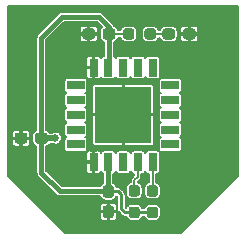
<source format=gbr>
%TF.GenerationSoftware,KiCad,Pcbnew,(5.1.8)-1*%
%TF.CreationDate,2021-11-11T19:50:17-05:00*%
%TF.ProjectId,CO2_sensor,434f325f-7365-46e7-936f-722e6b696361,rev?*%
%TF.SameCoordinates,Original*%
%TF.FileFunction,Copper,L1,Top*%
%TF.FilePolarity,Positive*%
%FSLAX46Y46*%
G04 Gerber Fmt 4.6, Leading zero omitted, Abs format (unit mm)*
G04 Created by KiCad (PCBNEW (5.1.8)-1) date 2021-11-11 19:50:17*
%MOMM*%
%LPD*%
G01*
G04 APERTURE LIST*
%TA.AperFunction,SMDPad,CuDef*%
%ADD10R,4.800000X4.800000*%
%TD*%
%TA.AperFunction,SMDPad,CuDef*%
%ADD11R,0.800000X1.500000*%
%TD*%
%TA.AperFunction,SMDPad,CuDef*%
%ADD12R,1.500000X0.800000*%
%TD*%
%TA.AperFunction,ViaPad*%
%ADD13C,0.558800*%
%TD*%
%TA.AperFunction,ViaPad*%
%ADD14C,0.635000*%
%TD*%
%TA.AperFunction,Conductor*%
%ADD15C,0.381000*%
%TD*%
%TA.AperFunction,Conductor*%
%ADD16C,0.508000*%
%TD*%
%TA.AperFunction,Conductor*%
%ADD17C,0.152400*%
%TD*%
%TA.AperFunction,Conductor*%
%ADD18C,0.254000*%
%TD*%
%TA.AperFunction,Conductor*%
%ADD19C,0.100000*%
%TD*%
G04 APERTURE END LIST*
%TO.P,C3,2*%
%TO.N,GND*%
%TA.AperFunction,SMDPad,CuDef*%
G36*
G01*
X149512500Y-103385000D02*
X149987500Y-103385000D01*
G75*
G02*
X150225000Y-103622500I0J-237500D01*
G01*
X150225000Y-104222500D01*
G75*
G02*
X149987500Y-104460000I-237500J0D01*
G01*
X149512500Y-104460000D01*
G75*
G02*
X149275000Y-104222500I0J237500D01*
G01*
X149275000Y-103622500D01*
G75*
G02*
X149512500Y-103385000I237500J0D01*
G01*
G37*
%TD.AperFunction*%
%TO.P,C3,1*%
%TO.N,+3V3*%
%TA.AperFunction,SMDPad,CuDef*%
G36*
G01*
X149512500Y-101660000D02*
X149987500Y-101660000D01*
G75*
G02*
X150225000Y-101897500I0J-237500D01*
G01*
X150225000Y-102497500D01*
G75*
G02*
X149987500Y-102735000I-237500J0D01*
G01*
X149512500Y-102735000D01*
G75*
G02*
X149275000Y-102497500I0J237500D01*
G01*
X149275000Y-101897500D01*
G75*
G02*
X149512500Y-101660000I237500J0D01*
G01*
G37*
%TD.AperFunction*%
%TD*%
%TO.P,D1,2*%
%TO.N,Net-(D1-Pad2)*%
%TA.AperFunction,SMDPad,CuDef*%
G36*
G01*
X155380000Y-88622500D02*
X155380000Y-89097500D01*
G75*
G02*
X155142500Y-89335000I-237500J0D01*
G01*
X154567500Y-89335000D01*
G75*
G02*
X154330000Y-89097500I0J237500D01*
G01*
X154330000Y-88622500D01*
G75*
G02*
X154567500Y-88385000I237500J0D01*
G01*
X155142500Y-88385000D01*
G75*
G02*
X155380000Y-88622500I0J-237500D01*
G01*
G37*
%TD.AperFunction*%
%TO.P,D1,1*%
%TO.N,GND*%
%TA.AperFunction,SMDPad,CuDef*%
G36*
G01*
X157130000Y-88622500D02*
X157130000Y-89097500D01*
G75*
G02*
X156892500Y-89335000I-237500J0D01*
G01*
X156317500Y-89335000D01*
G75*
G02*
X156080000Y-89097500I0J237500D01*
G01*
X156080000Y-88622500D01*
G75*
G02*
X156317500Y-88385000I237500J0D01*
G01*
X156892500Y-88385000D01*
G75*
G02*
X157130000Y-88622500I0J-237500D01*
G01*
G37*
%TD.AperFunction*%
%TD*%
%TO.P,R3,2*%
%TO.N,/SDA*%
%TA.AperFunction,SMDPad,CuDef*%
G36*
G01*
X153717500Y-102635000D02*
X153242500Y-102635000D01*
G75*
G02*
X153005000Y-102397500I0J237500D01*
G01*
X153005000Y-101897500D01*
G75*
G02*
X153242500Y-101660000I237500J0D01*
G01*
X153717500Y-101660000D01*
G75*
G02*
X153955000Y-101897500I0J-237500D01*
G01*
X153955000Y-102397500D01*
G75*
G02*
X153717500Y-102635000I-237500J0D01*
G01*
G37*
%TD.AperFunction*%
%TO.P,R3,1*%
%TO.N,+3V3*%
%TA.AperFunction,SMDPad,CuDef*%
G36*
G01*
X153717500Y-104460000D02*
X153242500Y-104460000D01*
G75*
G02*
X153005000Y-104222500I0J237500D01*
G01*
X153005000Y-103722500D01*
G75*
G02*
X153242500Y-103485000I237500J0D01*
G01*
X153717500Y-103485000D01*
G75*
G02*
X153955000Y-103722500I0J-237500D01*
G01*
X153955000Y-104222500D01*
G75*
G02*
X153717500Y-104460000I-237500J0D01*
G01*
G37*
%TD.AperFunction*%
%TD*%
%TO.P,R2,2*%
%TO.N,/SCL*%
%TA.AperFunction,SMDPad,CuDef*%
G36*
G01*
X152177500Y-102635000D02*
X151702500Y-102635000D01*
G75*
G02*
X151465000Y-102397500I0J237500D01*
G01*
X151465000Y-101897500D01*
G75*
G02*
X151702500Y-101660000I237500J0D01*
G01*
X152177500Y-101660000D01*
G75*
G02*
X152415000Y-101897500I0J-237500D01*
G01*
X152415000Y-102397500D01*
G75*
G02*
X152177500Y-102635000I-237500J0D01*
G01*
G37*
%TD.AperFunction*%
%TO.P,R2,1*%
%TO.N,+3V3*%
%TA.AperFunction,SMDPad,CuDef*%
G36*
G01*
X152177500Y-104460000D02*
X151702500Y-104460000D01*
G75*
G02*
X151465000Y-104222500I0J237500D01*
G01*
X151465000Y-103722500D01*
G75*
G02*
X151702500Y-103485000I237500J0D01*
G01*
X152177500Y-103485000D01*
G75*
G02*
X152415000Y-103722500I0J-237500D01*
G01*
X152415000Y-104222500D01*
G75*
G02*
X152177500Y-104460000I-237500J0D01*
G01*
G37*
%TD.AperFunction*%
%TD*%
%TO.P,R1,2*%
%TO.N,+3V3*%
%TA.AperFunction,SMDPad,CuDef*%
G36*
G01*
X151955000Y-88622500D02*
X151955000Y-89097500D01*
G75*
G02*
X151717500Y-89335000I-237500J0D01*
G01*
X151217500Y-89335000D01*
G75*
G02*
X150980000Y-89097500I0J237500D01*
G01*
X150980000Y-88622500D01*
G75*
G02*
X151217500Y-88385000I237500J0D01*
G01*
X151717500Y-88385000D01*
G75*
G02*
X151955000Y-88622500I0J-237500D01*
G01*
G37*
%TD.AperFunction*%
%TO.P,R1,1*%
%TO.N,Net-(D1-Pad2)*%
%TA.AperFunction,SMDPad,CuDef*%
G36*
G01*
X153780000Y-88622500D02*
X153780000Y-89097500D01*
G75*
G02*
X153542500Y-89335000I-237500J0D01*
G01*
X153042500Y-89335000D01*
G75*
G02*
X152805000Y-89097500I0J237500D01*
G01*
X152805000Y-88622500D01*
G75*
G02*
X153042500Y-88385000I237500J0D01*
G01*
X153542500Y-88385000D01*
G75*
G02*
X153780000Y-88622500I0J-237500D01*
G01*
G37*
%TD.AperFunction*%
%TD*%
D10*
%TO.P,IC1,21*%
%TO.N,GND*%
X151000000Y-95710000D03*
D11*
%TO.P,IC1,20*%
X148500000Y-91710000D03*
%TO.P,IC1,19*%
%TO.N,+3V3*%
X149750000Y-91710000D03*
%TO.P,IC1,18*%
%TO.N,N/C*%
X151000000Y-91710000D03*
%TO.P,IC1,17*%
X152250000Y-91710000D03*
%TO.P,IC1,16*%
X153500000Y-91710000D03*
D12*
%TO.P,IC1,15*%
X155000000Y-93210000D03*
%TO.P,IC1,14*%
X155000000Y-94460000D03*
%TO.P,IC1,13*%
X155000000Y-95710000D03*
%TO.P,IC1,12*%
X155000000Y-96960000D03*
%TO.P,IC1,11*%
X155000000Y-98210000D03*
D11*
%TO.P,IC1,10*%
%TO.N,/SDA*%
X153500000Y-99710000D03*
%TO.P,IC1,9*%
%TO.N,/SCL*%
X152250000Y-99710000D03*
%TO.P,IC1,8*%
%TO.N,N/C*%
X151000000Y-99710000D03*
%TO.P,IC1,7*%
%TO.N,+3V3*%
X149750000Y-99710000D03*
%TO.P,IC1,6*%
%TO.N,GND*%
X148500000Y-99710000D03*
D12*
%TO.P,IC1,5*%
%TO.N,N/C*%
X147000000Y-98210000D03*
%TO.P,IC1,4*%
X147000000Y-96960000D03*
%TO.P,IC1,3*%
X147000000Y-95710000D03*
%TO.P,IC1,2*%
X147000000Y-94460000D03*
%TO.P,IC1,1*%
X147000000Y-93210000D03*
%TD*%
%TO.P,C2,2*%
%TO.N,GND*%
%TA.AperFunction,SMDPad,CuDef*%
G36*
G01*
X148615000Y-88622500D02*
X148615000Y-89097500D01*
G75*
G02*
X148377500Y-89335000I-237500J0D01*
G01*
X147777500Y-89335000D01*
G75*
G02*
X147540000Y-89097500I0J237500D01*
G01*
X147540000Y-88622500D01*
G75*
G02*
X147777500Y-88385000I237500J0D01*
G01*
X148377500Y-88385000D01*
G75*
G02*
X148615000Y-88622500I0J-237500D01*
G01*
G37*
%TD.AperFunction*%
%TO.P,C2,1*%
%TO.N,+3V3*%
%TA.AperFunction,SMDPad,CuDef*%
G36*
G01*
X150340000Y-88622500D02*
X150340000Y-89097500D01*
G75*
G02*
X150102500Y-89335000I-237500J0D01*
G01*
X149502500Y-89335000D01*
G75*
G02*
X149265000Y-89097500I0J237500D01*
G01*
X149265000Y-88622500D01*
G75*
G02*
X149502500Y-88385000I237500J0D01*
G01*
X150102500Y-88385000D01*
G75*
G02*
X150340000Y-88622500I0J-237500D01*
G01*
G37*
%TD.AperFunction*%
%TD*%
%TO.P,C1,2*%
%TO.N,GND*%
%TA.AperFunction,SMDPad,CuDef*%
G36*
G01*
X142895000Y-97452500D02*
X142895000Y-97927500D01*
G75*
G02*
X142657500Y-98165000I-237500J0D01*
G01*
X142057500Y-98165000D01*
G75*
G02*
X141820000Y-97927500I0J237500D01*
G01*
X141820000Y-97452500D01*
G75*
G02*
X142057500Y-97215000I237500J0D01*
G01*
X142657500Y-97215000D01*
G75*
G02*
X142895000Y-97452500I0J-237500D01*
G01*
G37*
%TD.AperFunction*%
%TO.P,C1,1*%
%TO.N,+3V3*%
%TA.AperFunction,SMDPad,CuDef*%
G36*
G01*
X144620000Y-97452500D02*
X144620000Y-97927500D01*
G75*
G02*
X144382500Y-98165000I-237500J0D01*
G01*
X143782500Y-98165000D01*
G75*
G02*
X143545000Y-97927500I0J237500D01*
G01*
X143545000Y-97452500D01*
G75*
G02*
X143782500Y-97215000I237500J0D01*
G01*
X144382500Y-97215000D01*
G75*
G02*
X144620000Y-97452500I0J-237500D01*
G01*
G37*
%TD.AperFunction*%
%TD*%
D13*
%TO.N,GND*%
X149310000Y-97400000D03*
X151035000Y-97400000D03*
X152760000Y-97400000D03*
X152760000Y-95695000D03*
X151035000Y-95695000D03*
X149310000Y-95695000D03*
X152760000Y-93990000D03*
X151035000Y-93990000D03*
X149310000Y-93990000D03*
X142360000Y-87520000D03*
X142390000Y-91440000D03*
X142410000Y-95580000D03*
X146120000Y-90780000D03*
X159800000Y-87310000D03*
X159870000Y-94970000D03*
X156870000Y-95040000D03*
X160350000Y-100640000D03*
X155350000Y-99920000D03*
X146470000Y-105150000D03*
X155640000Y-105300000D03*
X141730000Y-100660000D03*
X146180000Y-100440000D03*
D14*
%TO.N,+3V3*%
X145270000Y-97690000D03*
D13*
%TO.N,/SDA*%
X153480000Y-102147500D03*
%TO.N,/SCL*%
X151940000Y-102147500D03*
%TD*%
D15*
%TO.N,+3V3*%
X149802500Y-91697500D02*
X149790000Y-91710000D01*
X149802500Y-88860000D02*
X149802500Y-91697500D01*
D16*
X144082500Y-97690000D02*
X145270000Y-97690000D01*
D15*
X144082500Y-97690000D02*
X144082500Y-89167500D01*
X148980000Y-87430000D02*
X149802500Y-88252500D01*
X149802500Y-88252500D02*
X149802500Y-88860000D01*
X145820000Y-87430000D02*
X148980000Y-87430000D01*
X144082500Y-89167500D02*
X145820000Y-87430000D01*
D17*
X149802500Y-88860000D02*
X151467500Y-88860000D01*
D15*
X149750000Y-102197500D02*
X149750000Y-99710000D01*
X144082500Y-97690000D02*
X144082500Y-100622500D01*
X144082500Y-100622500D02*
X145657500Y-102197500D01*
X145657500Y-102197500D02*
X149750000Y-102197500D01*
D18*
X153480000Y-103972500D02*
X151940000Y-103972500D01*
X149750000Y-102197500D02*
X150597500Y-102197500D01*
X150850000Y-103700000D02*
X151122500Y-103972500D01*
X151122500Y-103972500D02*
X151940000Y-103972500D01*
X150850000Y-102450000D02*
X150850000Y-103700000D01*
X150597500Y-102197500D02*
X150850000Y-102450000D01*
D17*
%TO.N,Net-(D1-Pad2)*%
X153292500Y-88860000D02*
X154855000Y-88860000D01*
%TO.N,/SDA*%
X153500000Y-99710000D02*
X153500000Y-102127500D01*
%TO.N,/SCL*%
X151940000Y-102147500D02*
X151940000Y-102147500D01*
X152250000Y-100960000D02*
X152250000Y-99710000D01*
X151940000Y-101270000D02*
X152250000Y-100960000D01*
X151940000Y-102147500D02*
X151940000Y-101270000D01*
%TD*%
%TO.N,GND*%
X160746400Y-100894955D02*
X155894956Y-105746400D01*
X146105045Y-105746400D01*
X144818645Y-104460000D01*
X149045294Y-104460000D01*
X149049708Y-104504813D01*
X149062779Y-104547905D01*
X149084006Y-104587618D01*
X149112573Y-104622427D01*
X149147382Y-104650994D01*
X149187095Y-104672221D01*
X149230187Y-104685292D01*
X149275000Y-104689706D01*
X149642050Y-104688600D01*
X149699200Y-104631450D01*
X149699200Y-103973300D01*
X149800800Y-103973300D01*
X149800800Y-104631450D01*
X149857950Y-104688600D01*
X150225000Y-104689706D01*
X150269813Y-104685292D01*
X150312905Y-104672221D01*
X150352618Y-104650994D01*
X150387427Y-104622427D01*
X150415994Y-104587618D01*
X150437221Y-104547905D01*
X150450292Y-104504813D01*
X150454706Y-104460000D01*
X150453600Y-104030450D01*
X150396450Y-103973300D01*
X149800800Y-103973300D01*
X149699200Y-103973300D01*
X149103550Y-103973300D01*
X149046400Y-104030450D01*
X149045294Y-104460000D01*
X144818645Y-104460000D01*
X143743645Y-103385000D01*
X149045294Y-103385000D01*
X149046400Y-103814550D01*
X149103550Y-103871700D01*
X149699200Y-103871700D01*
X149699200Y-103213550D01*
X149800800Y-103213550D01*
X149800800Y-103871700D01*
X150396450Y-103871700D01*
X150453600Y-103814550D01*
X150454706Y-103385000D01*
X150450292Y-103340187D01*
X150437221Y-103297095D01*
X150415994Y-103257382D01*
X150387427Y-103222573D01*
X150352618Y-103194006D01*
X150312905Y-103172779D01*
X150269813Y-103159708D01*
X150225000Y-103155294D01*
X149857950Y-103156400D01*
X149800800Y-103213550D01*
X149699200Y-103213550D01*
X149642050Y-103156400D01*
X149275000Y-103155294D01*
X149230187Y-103159708D01*
X149187095Y-103172779D01*
X149147382Y-103194006D01*
X149112573Y-103222573D01*
X149084006Y-103257382D01*
X149062779Y-103297095D01*
X149049708Y-103340187D01*
X149045294Y-103385000D01*
X143743645Y-103385000D01*
X141253600Y-100894956D01*
X141253600Y-98165000D01*
X141590294Y-98165000D01*
X141594708Y-98209813D01*
X141607779Y-98252905D01*
X141629006Y-98292618D01*
X141657573Y-98327427D01*
X141692382Y-98355994D01*
X141732095Y-98377221D01*
X141775187Y-98390292D01*
X141820000Y-98394706D01*
X142249550Y-98393600D01*
X142306700Y-98336450D01*
X142306700Y-97740800D01*
X142408300Y-97740800D01*
X142408300Y-98336450D01*
X142465450Y-98393600D01*
X142895000Y-98394706D01*
X142939813Y-98390292D01*
X142982905Y-98377221D01*
X143022618Y-98355994D01*
X143057427Y-98327427D01*
X143085994Y-98292618D01*
X143107221Y-98252905D01*
X143120292Y-98209813D01*
X143124706Y-98165000D01*
X143123600Y-97797950D01*
X143066450Y-97740800D01*
X142408300Y-97740800D01*
X142306700Y-97740800D01*
X141648550Y-97740800D01*
X141591400Y-97797950D01*
X141590294Y-98165000D01*
X141253600Y-98165000D01*
X141253600Y-97215000D01*
X141590294Y-97215000D01*
X141591400Y-97582050D01*
X141648550Y-97639200D01*
X142306700Y-97639200D01*
X142306700Y-97043550D01*
X142408300Y-97043550D01*
X142408300Y-97639200D01*
X143066450Y-97639200D01*
X143123600Y-97582050D01*
X143123990Y-97452500D01*
X143315294Y-97452500D01*
X143315294Y-97927500D01*
X143324271Y-98018647D01*
X143350858Y-98106292D01*
X143394032Y-98187066D01*
X143452135Y-98257865D01*
X143522934Y-98315968D01*
X143603708Y-98359142D01*
X143663400Y-98377250D01*
X143663401Y-100601910D01*
X143661373Y-100622500D01*
X143669465Y-100704657D01*
X143693430Y-100783658D01*
X143732346Y-100856465D01*
X143748314Y-100875922D01*
X143784719Y-100920282D01*
X143800706Y-100933402D01*
X145346597Y-102479294D01*
X145359718Y-102495282D01*
X145423534Y-102547654D01*
X145496342Y-102586571D01*
X145575342Y-102610535D01*
X145636920Y-102616600D01*
X145636922Y-102616600D01*
X145657499Y-102618627D01*
X145678077Y-102616600D01*
X149062751Y-102616600D01*
X149080858Y-102676292D01*
X149124032Y-102757066D01*
X149182135Y-102827865D01*
X149252934Y-102885968D01*
X149333708Y-102929142D01*
X149421353Y-102955729D01*
X149512500Y-102964706D01*
X149987500Y-102964706D01*
X150078647Y-102955729D01*
X150166292Y-102929142D01*
X150247066Y-102885968D01*
X150317865Y-102827865D01*
X150375968Y-102757066D01*
X150419142Y-102676292D01*
X150445729Y-102588647D01*
X150449230Y-102553100D01*
X150450207Y-102553100D01*
X150494400Y-102597294D01*
X150494401Y-103682535D01*
X150492681Y-103700000D01*
X150499546Y-103769710D01*
X150519880Y-103836741D01*
X150536390Y-103867628D01*
X150552900Y-103898516D01*
X150597338Y-103952663D01*
X150610900Y-103963793D01*
X150858710Y-104211604D01*
X150869837Y-104225163D01*
X150883395Y-104236290D01*
X150883400Y-104236295D01*
X150917578Y-104264344D01*
X150923984Y-104269601D01*
X150985760Y-104302621D01*
X151022108Y-104313647D01*
X151052789Y-104322954D01*
X151059687Y-104323633D01*
X151105037Y-104328100D01*
X151105044Y-104328100D01*
X151122499Y-104329819D01*
X151139954Y-104328100D01*
X151248655Y-104328100D01*
X151270858Y-104401292D01*
X151314032Y-104482066D01*
X151372135Y-104552865D01*
X151442934Y-104610968D01*
X151523708Y-104654142D01*
X151611353Y-104680729D01*
X151702500Y-104689706D01*
X152177500Y-104689706D01*
X152268647Y-104680729D01*
X152356292Y-104654142D01*
X152437066Y-104610968D01*
X152507865Y-104552865D01*
X152565968Y-104482066D01*
X152609142Y-104401292D01*
X152631345Y-104328100D01*
X152788655Y-104328100D01*
X152810858Y-104401292D01*
X152854032Y-104482066D01*
X152912135Y-104552865D01*
X152982934Y-104610968D01*
X153063708Y-104654142D01*
X153151353Y-104680729D01*
X153242500Y-104689706D01*
X153717500Y-104689706D01*
X153808647Y-104680729D01*
X153896292Y-104654142D01*
X153977066Y-104610968D01*
X154047865Y-104552865D01*
X154105968Y-104482066D01*
X154149142Y-104401292D01*
X154175729Y-104313647D01*
X154184706Y-104222500D01*
X154184706Y-103722500D01*
X154175729Y-103631353D01*
X154149142Y-103543708D01*
X154105968Y-103462934D01*
X154047865Y-103392135D01*
X153977066Y-103334032D01*
X153896292Y-103290858D01*
X153808647Y-103264271D01*
X153717500Y-103255294D01*
X153242500Y-103255294D01*
X153151353Y-103264271D01*
X153063708Y-103290858D01*
X152982934Y-103334032D01*
X152912135Y-103392135D01*
X152854032Y-103462934D01*
X152810858Y-103543708D01*
X152788655Y-103616900D01*
X152631345Y-103616900D01*
X152609142Y-103543708D01*
X152565968Y-103462934D01*
X152507865Y-103392135D01*
X152437066Y-103334032D01*
X152356292Y-103290858D01*
X152268647Y-103264271D01*
X152177500Y-103255294D01*
X151702500Y-103255294D01*
X151611353Y-103264271D01*
X151523708Y-103290858D01*
X151442934Y-103334032D01*
X151372135Y-103392135D01*
X151314032Y-103462934D01*
X151270858Y-103543708D01*
X151253575Y-103600681D01*
X151205600Y-103552706D01*
X151205600Y-102467455D01*
X151207319Y-102450000D01*
X151205600Y-102432544D01*
X151205600Y-102432537D01*
X151200454Y-102380290D01*
X151180121Y-102313260D01*
X151147101Y-102251484D01*
X151129438Y-102229962D01*
X151113795Y-102210901D01*
X151113790Y-102210896D01*
X151102662Y-102197337D01*
X151089104Y-102186210D01*
X150861298Y-101958405D01*
X150850163Y-101944837D01*
X150796016Y-101900399D01*
X150734240Y-101867379D01*
X150667210Y-101847046D01*
X150614963Y-101841900D01*
X150614955Y-101841900D01*
X150597500Y-101840181D01*
X150580045Y-101841900D01*
X150449230Y-101841900D01*
X150445729Y-101806353D01*
X150419142Y-101718708D01*
X150375968Y-101637934D01*
X150317865Y-101567135D01*
X150247066Y-101509032D01*
X150169100Y-101467359D01*
X150169100Y-100687825D01*
X150194813Y-100685292D01*
X150237905Y-100672221D01*
X150277618Y-100650994D01*
X150312427Y-100622427D01*
X150340994Y-100587618D01*
X150362221Y-100547905D01*
X150375000Y-100505776D01*
X150387779Y-100547905D01*
X150409006Y-100587618D01*
X150437573Y-100622427D01*
X150472382Y-100650994D01*
X150512095Y-100672221D01*
X150555187Y-100685292D01*
X150600000Y-100689706D01*
X151400000Y-100689706D01*
X151444813Y-100685292D01*
X151487905Y-100672221D01*
X151527618Y-100650994D01*
X151562427Y-100622427D01*
X151590994Y-100587618D01*
X151612221Y-100547905D01*
X151625000Y-100505776D01*
X151637779Y-100547905D01*
X151659006Y-100587618D01*
X151687573Y-100622427D01*
X151722382Y-100650994D01*
X151762095Y-100672221D01*
X151805187Y-100685292D01*
X151850000Y-100689706D01*
X151945200Y-100689706D01*
X151945200Y-100833748D01*
X151735056Y-101043893D01*
X151723433Y-101053432D01*
X151685343Y-101099843D01*
X151670215Y-101128146D01*
X151657040Y-101152795D01*
X151639611Y-101210249D01*
X151633727Y-101270000D01*
X151635201Y-101284968D01*
X151635201Y-101436922D01*
X151611353Y-101439271D01*
X151523708Y-101465858D01*
X151442934Y-101509032D01*
X151372135Y-101567135D01*
X151314032Y-101637934D01*
X151270858Y-101718708D01*
X151244271Y-101806353D01*
X151235294Y-101897500D01*
X151235294Y-102397500D01*
X151244271Y-102488647D01*
X151270858Y-102576292D01*
X151314032Y-102657066D01*
X151372135Y-102727865D01*
X151442934Y-102785968D01*
X151523708Y-102829142D01*
X151611353Y-102855729D01*
X151702500Y-102864706D01*
X152177500Y-102864706D01*
X152268647Y-102855729D01*
X152356292Y-102829142D01*
X152437066Y-102785968D01*
X152507865Y-102727865D01*
X152565968Y-102657066D01*
X152609142Y-102576292D01*
X152635729Y-102488647D01*
X152644706Y-102397500D01*
X152644706Y-101897500D01*
X152635729Y-101806353D01*
X152609142Y-101718708D01*
X152565968Y-101637934D01*
X152507865Y-101567135D01*
X152437066Y-101509032D01*
X152356292Y-101465858D01*
X152268647Y-101439271D01*
X152244800Y-101436922D01*
X152244800Y-101396251D01*
X152454945Y-101186107D01*
X152466568Y-101176568D01*
X152504658Y-101130157D01*
X152532960Y-101077206D01*
X152550389Y-101019751D01*
X152554800Y-100974966D01*
X152554800Y-100974959D01*
X152556273Y-100960001D01*
X152554800Y-100945043D01*
X152554800Y-100689706D01*
X152650000Y-100689706D01*
X152694813Y-100685292D01*
X152737905Y-100672221D01*
X152777618Y-100650994D01*
X152812427Y-100622427D01*
X152840994Y-100587618D01*
X152862221Y-100547905D01*
X152875000Y-100505776D01*
X152887779Y-100547905D01*
X152909006Y-100587618D01*
X152937573Y-100622427D01*
X152972382Y-100650994D01*
X153012095Y-100672221D01*
X153055187Y-100685292D01*
X153100000Y-100689706D01*
X153195200Y-100689706D01*
X153195201Y-101434952D01*
X153151353Y-101439271D01*
X153063708Y-101465858D01*
X152982934Y-101509032D01*
X152912135Y-101567135D01*
X152854032Y-101637934D01*
X152810858Y-101718708D01*
X152784271Y-101806353D01*
X152775294Y-101897500D01*
X152775294Y-102397500D01*
X152784271Y-102488647D01*
X152810858Y-102576292D01*
X152854032Y-102657066D01*
X152912135Y-102727865D01*
X152982934Y-102785968D01*
X153063708Y-102829142D01*
X153151353Y-102855729D01*
X153242500Y-102864706D01*
X153717500Y-102864706D01*
X153808647Y-102855729D01*
X153896292Y-102829142D01*
X153977066Y-102785968D01*
X154047865Y-102727865D01*
X154105968Y-102657066D01*
X154149142Y-102576292D01*
X154175729Y-102488647D01*
X154184706Y-102397500D01*
X154184706Y-101897500D01*
X154175729Y-101806353D01*
X154149142Y-101718708D01*
X154105968Y-101637934D01*
X154047865Y-101567135D01*
X153977066Y-101509032D01*
X153896292Y-101465858D01*
X153808647Y-101439271D01*
X153804800Y-101438892D01*
X153804800Y-100689706D01*
X153900000Y-100689706D01*
X153944813Y-100685292D01*
X153987905Y-100672221D01*
X154027618Y-100650994D01*
X154062427Y-100622427D01*
X154090994Y-100587618D01*
X154112221Y-100547905D01*
X154125292Y-100504813D01*
X154129706Y-100460000D01*
X154129706Y-98960000D01*
X154125292Y-98915187D01*
X154112221Y-98872095D01*
X154090994Y-98832382D01*
X154062427Y-98797573D01*
X154027618Y-98769006D01*
X153987905Y-98747779D01*
X153944813Y-98734708D01*
X153900000Y-98730294D01*
X153100000Y-98730294D01*
X153055187Y-98734708D01*
X153012095Y-98747779D01*
X152972382Y-98769006D01*
X152937573Y-98797573D01*
X152909006Y-98832382D01*
X152887779Y-98872095D01*
X152875000Y-98914224D01*
X152862221Y-98872095D01*
X152840994Y-98832382D01*
X152812427Y-98797573D01*
X152777618Y-98769006D01*
X152737905Y-98747779D01*
X152694813Y-98734708D01*
X152650000Y-98730294D01*
X151850000Y-98730294D01*
X151805187Y-98734708D01*
X151762095Y-98747779D01*
X151722382Y-98769006D01*
X151687573Y-98797573D01*
X151659006Y-98832382D01*
X151637779Y-98872095D01*
X151625000Y-98914224D01*
X151612221Y-98872095D01*
X151590994Y-98832382D01*
X151562427Y-98797573D01*
X151527618Y-98769006D01*
X151487905Y-98747779D01*
X151444813Y-98734708D01*
X151400000Y-98730294D01*
X150600000Y-98730294D01*
X150555187Y-98734708D01*
X150512095Y-98747779D01*
X150472382Y-98769006D01*
X150437573Y-98797573D01*
X150409006Y-98832382D01*
X150387779Y-98872095D01*
X150375000Y-98914224D01*
X150362221Y-98872095D01*
X150340994Y-98832382D01*
X150312427Y-98797573D01*
X150277618Y-98769006D01*
X150237905Y-98747779D01*
X150194813Y-98734708D01*
X150150000Y-98730294D01*
X149350000Y-98730294D01*
X149305187Y-98734708D01*
X149262095Y-98747779D01*
X149222382Y-98769006D01*
X149187573Y-98797573D01*
X149159006Y-98832382D01*
X149137779Y-98872095D01*
X149125000Y-98914224D01*
X149112221Y-98872095D01*
X149090994Y-98832382D01*
X149062427Y-98797573D01*
X149027618Y-98769006D01*
X148987905Y-98747779D01*
X148944813Y-98734708D01*
X148900000Y-98730294D01*
X148607950Y-98731400D01*
X148550800Y-98788550D01*
X148550800Y-99659200D01*
X148570800Y-99659200D01*
X148570800Y-99760800D01*
X148550800Y-99760800D01*
X148550800Y-100631450D01*
X148607950Y-100688600D01*
X148900000Y-100689706D01*
X148944813Y-100685292D01*
X148987905Y-100672221D01*
X149027618Y-100650994D01*
X149062427Y-100622427D01*
X149090994Y-100587618D01*
X149112221Y-100547905D01*
X149125000Y-100505776D01*
X149137779Y-100547905D01*
X149159006Y-100587618D01*
X149187573Y-100622427D01*
X149222382Y-100650994D01*
X149262095Y-100672221D01*
X149305187Y-100685292D01*
X149330901Y-100687825D01*
X149330900Y-101467359D01*
X149252934Y-101509032D01*
X149182135Y-101567135D01*
X149124032Y-101637934D01*
X149080858Y-101718708D01*
X149062751Y-101778400D01*
X145831097Y-101778400D01*
X144512697Y-100460000D01*
X147870294Y-100460000D01*
X147874708Y-100504813D01*
X147887779Y-100547905D01*
X147909006Y-100587618D01*
X147937573Y-100622427D01*
X147972382Y-100650994D01*
X148012095Y-100672221D01*
X148055187Y-100685292D01*
X148100000Y-100689706D01*
X148392050Y-100688600D01*
X148449200Y-100631450D01*
X148449200Y-99760800D01*
X147928550Y-99760800D01*
X147871400Y-99817950D01*
X147870294Y-100460000D01*
X144512697Y-100460000D01*
X144501600Y-100448904D01*
X144501600Y-98960000D01*
X147870294Y-98960000D01*
X147871400Y-99602050D01*
X147928550Y-99659200D01*
X148449200Y-99659200D01*
X148449200Y-98788550D01*
X148392050Y-98731400D01*
X148100000Y-98730294D01*
X148055187Y-98734708D01*
X148012095Y-98747779D01*
X147972382Y-98769006D01*
X147937573Y-98797573D01*
X147909006Y-98832382D01*
X147887779Y-98872095D01*
X147874708Y-98915187D01*
X147870294Y-98960000D01*
X144501600Y-98960000D01*
X144501600Y-98377249D01*
X144561292Y-98359142D01*
X144642066Y-98315968D01*
X144712865Y-98257865D01*
X144770968Y-98187066D01*
X144778700Y-98172600D01*
X145009309Y-98172600D01*
X145011325Y-98173947D01*
X145110709Y-98215113D01*
X145216214Y-98236100D01*
X145323786Y-98236100D01*
X145429291Y-98215113D01*
X145528675Y-98173947D01*
X145618118Y-98114183D01*
X145694183Y-98038118D01*
X145753947Y-97948675D01*
X145795113Y-97849291D01*
X145816100Y-97743786D01*
X145816100Y-97636214D01*
X145795113Y-97530709D01*
X145753947Y-97431325D01*
X145694183Y-97341882D01*
X145618118Y-97265817D01*
X145528675Y-97206053D01*
X145429291Y-97164887D01*
X145323786Y-97143900D01*
X145216214Y-97143900D01*
X145110709Y-97164887D01*
X145011325Y-97206053D01*
X145009309Y-97207400D01*
X144778700Y-97207400D01*
X144770968Y-97192934D01*
X144712865Y-97122135D01*
X144642066Y-97064032D01*
X144561292Y-97020858D01*
X144501600Y-97002751D01*
X144501600Y-92810000D01*
X146020294Y-92810000D01*
X146020294Y-93610000D01*
X146024708Y-93654813D01*
X146037779Y-93697905D01*
X146059006Y-93737618D01*
X146087573Y-93772427D01*
X146122382Y-93800994D01*
X146162095Y-93822221D01*
X146204224Y-93835000D01*
X146162095Y-93847779D01*
X146122382Y-93869006D01*
X146087573Y-93897573D01*
X146059006Y-93932382D01*
X146037779Y-93972095D01*
X146024708Y-94015187D01*
X146020294Y-94060000D01*
X146020294Y-94860000D01*
X146024708Y-94904813D01*
X146037779Y-94947905D01*
X146059006Y-94987618D01*
X146087573Y-95022427D01*
X146122382Y-95050994D01*
X146162095Y-95072221D01*
X146204224Y-95085000D01*
X146162095Y-95097779D01*
X146122382Y-95119006D01*
X146087573Y-95147573D01*
X146059006Y-95182382D01*
X146037779Y-95222095D01*
X146024708Y-95265187D01*
X146020294Y-95310000D01*
X146020294Y-96110000D01*
X146024708Y-96154813D01*
X146037779Y-96197905D01*
X146059006Y-96237618D01*
X146087573Y-96272427D01*
X146122382Y-96300994D01*
X146162095Y-96322221D01*
X146204224Y-96335000D01*
X146162095Y-96347779D01*
X146122382Y-96369006D01*
X146087573Y-96397573D01*
X146059006Y-96432382D01*
X146037779Y-96472095D01*
X146024708Y-96515187D01*
X146020294Y-96560000D01*
X146020294Y-97360000D01*
X146024708Y-97404813D01*
X146037779Y-97447905D01*
X146059006Y-97487618D01*
X146087573Y-97522427D01*
X146122382Y-97550994D01*
X146162095Y-97572221D01*
X146204224Y-97585000D01*
X146162095Y-97597779D01*
X146122382Y-97619006D01*
X146087573Y-97647573D01*
X146059006Y-97682382D01*
X146037779Y-97722095D01*
X146024708Y-97765187D01*
X146020294Y-97810000D01*
X146020294Y-98610000D01*
X146024708Y-98654813D01*
X146037779Y-98697905D01*
X146059006Y-98737618D01*
X146087573Y-98772427D01*
X146122382Y-98800994D01*
X146162095Y-98822221D01*
X146205187Y-98835292D01*
X146250000Y-98839706D01*
X147750000Y-98839706D01*
X147794813Y-98835292D01*
X147837905Y-98822221D01*
X147877618Y-98800994D01*
X147912427Y-98772427D01*
X147940994Y-98737618D01*
X147962221Y-98697905D01*
X147975292Y-98654813D01*
X147979706Y-98610000D01*
X147979706Y-98110000D01*
X148370294Y-98110000D01*
X148374708Y-98154813D01*
X148387779Y-98197905D01*
X148409006Y-98237618D01*
X148437573Y-98272427D01*
X148472382Y-98300994D01*
X148512095Y-98322221D01*
X148555187Y-98335292D01*
X148600000Y-98339706D01*
X150892050Y-98338600D01*
X150949200Y-98281450D01*
X150949200Y-95760800D01*
X151050800Y-95760800D01*
X151050800Y-98281450D01*
X151107950Y-98338600D01*
X153400000Y-98339706D01*
X153444813Y-98335292D01*
X153487905Y-98322221D01*
X153527618Y-98300994D01*
X153562427Y-98272427D01*
X153590994Y-98237618D01*
X153612221Y-98197905D01*
X153625292Y-98154813D01*
X153629706Y-98110000D01*
X153628600Y-95817950D01*
X153571450Y-95760800D01*
X151050800Y-95760800D01*
X150949200Y-95760800D01*
X148428550Y-95760800D01*
X148371400Y-95817950D01*
X148370294Y-98110000D01*
X147979706Y-98110000D01*
X147979706Y-97810000D01*
X147975292Y-97765187D01*
X147962221Y-97722095D01*
X147940994Y-97682382D01*
X147912427Y-97647573D01*
X147877618Y-97619006D01*
X147837905Y-97597779D01*
X147795776Y-97585000D01*
X147837905Y-97572221D01*
X147877618Y-97550994D01*
X147912427Y-97522427D01*
X147940994Y-97487618D01*
X147962221Y-97447905D01*
X147975292Y-97404813D01*
X147979706Y-97360000D01*
X147979706Y-96560000D01*
X147975292Y-96515187D01*
X147962221Y-96472095D01*
X147940994Y-96432382D01*
X147912427Y-96397573D01*
X147877618Y-96369006D01*
X147837905Y-96347779D01*
X147795776Y-96335000D01*
X147837905Y-96322221D01*
X147877618Y-96300994D01*
X147912427Y-96272427D01*
X147940994Y-96237618D01*
X147962221Y-96197905D01*
X147975292Y-96154813D01*
X147979706Y-96110000D01*
X147979706Y-95310000D01*
X147975292Y-95265187D01*
X147962221Y-95222095D01*
X147940994Y-95182382D01*
X147912427Y-95147573D01*
X147877618Y-95119006D01*
X147837905Y-95097779D01*
X147795776Y-95085000D01*
X147837905Y-95072221D01*
X147877618Y-95050994D01*
X147912427Y-95022427D01*
X147940994Y-94987618D01*
X147962221Y-94947905D01*
X147975292Y-94904813D01*
X147979706Y-94860000D01*
X147979706Y-94060000D01*
X147975292Y-94015187D01*
X147962221Y-93972095D01*
X147940994Y-93932382D01*
X147912427Y-93897573D01*
X147877618Y-93869006D01*
X147837905Y-93847779D01*
X147795776Y-93835000D01*
X147837905Y-93822221D01*
X147877618Y-93800994D01*
X147912427Y-93772427D01*
X147940994Y-93737618D01*
X147962221Y-93697905D01*
X147975292Y-93654813D01*
X147979706Y-93610000D01*
X147979706Y-93310000D01*
X148370294Y-93310000D01*
X148371400Y-95602050D01*
X148428550Y-95659200D01*
X150949200Y-95659200D01*
X150949200Y-93138550D01*
X151050800Y-93138550D01*
X151050800Y-95659200D01*
X153571450Y-95659200D01*
X153628600Y-95602050D01*
X153629706Y-93310000D01*
X153625292Y-93265187D01*
X153612221Y-93222095D01*
X153590994Y-93182382D01*
X153562427Y-93147573D01*
X153527618Y-93119006D01*
X153487905Y-93097779D01*
X153444813Y-93084708D01*
X153400000Y-93080294D01*
X151107950Y-93081400D01*
X151050800Y-93138550D01*
X150949200Y-93138550D01*
X150892050Y-93081400D01*
X148600000Y-93080294D01*
X148555187Y-93084708D01*
X148512095Y-93097779D01*
X148472382Y-93119006D01*
X148437573Y-93147573D01*
X148409006Y-93182382D01*
X148387779Y-93222095D01*
X148374708Y-93265187D01*
X148370294Y-93310000D01*
X147979706Y-93310000D01*
X147979706Y-92810000D01*
X154020294Y-92810000D01*
X154020294Y-93610000D01*
X154024708Y-93654813D01*
X154037779Y-93697905D01*
X154059006Y-93737618D01*
X154087573Y-93772427D01*
X154122382Y-93800994D01*
X154162095Y-93822221D01*
X154204224Y-93835000D01*
X154162095Y-93847779D01*
X154122382Y-93869006D01*
X154087573Y-93897573D01*
X154059006Y-93932382D01*
X154037779Y-93972095D01*
X154024708Y-94015187D01*
X154020294Y-94060000D01*
X154020294Y-94860000D01*
X154024708Y-94904813D01*
X154037779Y-94947905D01*
X154059006Y-94987618D01*
X154087573Y-95022427D01*
X154122382Y-95050994D01*
X154162095Y-95072221D01*
X154204224Y-95085000D01*
X154162095Y-95097779D01*
X154122382Y-95119006D01*
X154087573Y-95147573D01*
X154059006Y-95182382D01*
X154037779Y-95222095D01*
X154024708Y-95265187D01*
X154020294Y-95310000D01*
X154020294Y-96110000D01*
X154024708Y-96154813D01*
X154037779Y-96197905D01*
X154059006Y-96237618D01*
X154087573Y-96272427D01*
X154122382Y-96300994D01*
X154162095Y-96322221D01*
X154204224Y-96335000D01*
X154162095Y-96347779D01*
X154122382Y-96369006D01*
X154087573Y-96397573D01*
X154059006Y-96432382D01*
X154037779Y-96472095D01*
X154024708Y-96515187D01*
X154020294Y-96560000D01*
X154020294Y-97360000D01*
X154024708Y-97404813D01*
X154037779Y-97447905D01*
X154059006Y-97487618D01*
X154087573Y-97522427D01*
X154122382Y-97550994D01*
X154162095Y-97572221D01*
X154204224Y-97585000D01*
X154162095Y-97597779D01*
X154122382Y-97619006D01*
X154087573Y-97647573D01*
X154059006Y-97682382D01*
X154037779Y-97722095D01*
X154024708Y-97765187D01*
X154020294Y-97810000D01*
X154020294Y-98610000D01*
X154024708Y-98654813D01*
X154037779Y-98697905D01*
X154059006Y-98737618D01*
X154087573Y-98772427D01*
X154122382Y-98800994D01*
X154162095Y-98822221D01*
X154205187Y-98835292D01*
X154250000Y-98839706D01*
X155750000Y-98839706D01*
X155794813Y-98835292D01*
X155837905Y-98822221D01*
X155877618Y-98800994D01*
X155912427Y-98772427D01*
X155940994Y-98737618D01*
X155962221Y-98697905D01*
X155975292Y-98654813D01*
X155979706Y-98610000D01*
X155979706Y-97810000D01*
X155975292Y-97765187D01*
X155962221Y-97722095D01*
X155940994Y-97682382D01*
X155912427Y-97647573D01*
X155877618Y-97619006D01*
X155837905Y-97597779D01*
X155795776Y-97585000D01*
X155837905Y-97572221D01*
X155877618Y-97550994D01*
X155912427Y-97522427D01*
X155940994Y-97487618D01*
X155962221Y-97447905D01*
X155975292Y-97404813D01*
X155979706Y-97360000D01*
X155979706Y-96560000D01*
X155975292Y-96515187D01*
X155962221Y-96472095D01*
X155940994Y-96432382D01*
X155912427Y-96397573D01*
X155877618Y-96369006D01*
X155837905Y-96347779D01*
X155795776Y-96335000D01*
X155837905Y-96322221D01*
X155877618Y-96300994D01*
X155912427Y-96272427D01*
X155940994Y-96237618D01*
X155962221Y-96197905D01*
X155975292Y-96154813D01*
X155979706Y-96110000D01*
X155979706Y-95310000D01*
X155975292Y-95265187D01*
X155962221Y-95222095D01*
X155940994Y-95182382D01*
X155912427Y-95147573D01*
X155877618Y-95119006D01*
X155837905Y-95097779D01*
X155795776Y-95085000D01*
X155837905Y-95072221D01*
X155877618Y-95050994D01*
X155912427Y-95022427D01*
X155940994Y-94987618D01*
X155962221Y-94947905D01*
X155975292Y-94904813D01*
X155979706Y-94860000D01*
X155979706Y-94060000D01*
X155975292Y-94015187D01*
X155962221Y-93972095D01*
X155940994Y-93932382D01*
X155912427Y-93897573D01*
X155877618Y-93869006D01*
X155837905Y-93847779D01*
X155795776Y-93835000D01*
X155837905Y-93822221D01*
X155877618Y-93800994D01*
X155912427Y-93772427D01*
X155940994Y-93737618D01*
X155962221Y-93697905D01*
X155975292Y-93654813D01*
X155979706Y-93610000D01*
X155979706Y-92810000D01*
X155975292Y-92765187D01*
X155962221Y-92722095D01*
X155940994Y-92682382D01*
X155912427Y-92647573D01*
X155877618Y-92619006D01*
X155837905Y-92597779D01*
X155794813Y-92584708D01*
X155750000Y-92580294D01*
X154250000Y-92580294D01*
X154205187Y-92584708D01*
X154162095Y-92597779D01*
X154122382Y-92619006D01*
X154087573Y-92647573D01*
X154059006Y-92682382D01*
X154037779Y-92722095D01*
X154024708Y-92765187D01*
X154020294Y-92810000D01*
X147979706Y-92810000D01*
X147975292Y-92765187D01*
X147962221Y-92722095D01*
X147940994Y-92682382D01*
X147912427Y-92647573D01*
X147877618Y-92619006D01*
X147837905Y-92597779D01*
X147794813Y-92584708D01*
X147750000Y-92580294D01*
X146250000Y-92580294D01*
X146205187Y-92584708D01*
X146162095Y-92597779D01*
X146122382Y-92619006D01*
X146087573Y-92647573D01*
X146059006Y-92682382D01*
X146037779Y-92722095D01*
X146024708Y-92765187D01*
X146020294Y-92810000D01*
X144501600Y-92810000D01*
X144501600Y-92460000D01*
X147870294Y-92460000D01*
X147874708Y-92504813D01*
X147887779Y-92547905D01*
X147909006Y-92587618D01*
X147937573Y-92622427D01*
X147972382Y-92650994D01*
X148012095Y-92672221D01*
X148055187Y-92685292D01*
X148100000Y-92689706D01*
X148392050Y-92688600D01*
X148449200Y-92631450D01*
X148449200Y-91760800D01*
X147928550Y-91760800D01*
X147871400Y-91817950D01*
X147870294Y-92460000D01*
X144501600Y-92460000D01*
X144501600Y-90960000D01*
X147870294Y-90960000D01*
X147871400Y-91602050D01*
X147928550Y-91659200D01*
X148449200Y-91659200D01*
X148449200Y-90788550D01*
X148392050Y-90731400D01*
X148100000Y-90730294D01*
X148055187Y-90734708D01*
X148012095Y-90747779D01*
X147972382Y-90769006D01*
X147937573Y-90797573D01*
X147909006Y-90832382D01*
X147887779Y-90872095D01*
X147874708Y-90915187D01*
X147870294Y-90960000D01*
X144501600Y-90960000D01*
X144501600Y-89341096D01*
X144507696Y-89335000D01*
X147310294Y-89335000D01*
X147314708Y-89379813D01*
X147327779Y-89422905D01*
X147349006Y-89462618D01*
X147377573Y-89497427D01*
X147412382Y-89525994D01*
X147452095Y-89547221D01*
X147495187Y-89560292D01*
X147540000Y-89564706D01*
X147969550Y-89563600D01*
X148026700Y-89506450D01*
X148026700Y-88910800D01*
X148128300Y-88910800D01*
X148128300Y-89506450D01*
X148185450Y-89563600D01*
X148615000Y-89564706D01*
X148659813Y-89560292D01*
X148702905Y-89547221D01*
X148742618Y-89525994D01*
X148777427Y-89497427D01*
X148805994Y-89462618D01*
X148827221Y-89422905D01*
X148840292Y-89379813D01*
X148844706Y-89335000D01*
X148843600Y-88967950D01*
X148786450Y-88910800D01*
X148128300Y-88910800D01*
X148026700Y-88910800D01*
X147368550Y-88910800D01*
X147311400Y-88967950D01*
X147310294Y-89335000D01*
X144507696Y-89335000D01*
X145457696Y-88385000D01*
X147310294Y-88385000D01*
X147311400Y-88752050D01*
X147368550Y-88809200D01*
X148026700Y-88809200D01*
X148026700Y-88213550D01*
X148128300Y-88213550D01*
X148128300Y-88809200D01*
X148786450Y-88809200D01*
X148843600Y-88752050D01*
X148844706Y-88385000D01*
X148840292Y-88340187D01*
X148827221Y-88297095D01*
X148805994Y-88257382D01*
X148777427Y-88222573D01*
X148742618Y-88194006D01*
X148702905Y-88172779D01*
X148659813Y-88159708D01*
X148615000Y-88155294D01*
X148185450Y-88156400D01*
X148128300Y-88213550D01*
X148026700Y-88213550D01*
X147969550Y-88156400D01*
X147540000Y-88155294D01*
X147495187Y-88159708D01*
X147452095Y-88172779D01*
X147412382Y-88194006D01*
X147377573Y-88222573D01*
X147349006Y-88257382D01*
X147327779Y-88297095D01*
X147314708Y-88340187D01*
X147310294Y-88385000D01*
X145457696Y-88385000D01*
X145993597Y-87849100D01*
X148806404Y-87849100D01*
X149214594Y-88257290D01*
X149172135Y-88292135D01*
X149114032Y-88362934D01*
X149070858Y-88443708D01*
X149044271Y-88531353D01*
X149035294Y-88622500D01*
X149035294Y-89097500D01*
X149044271Y-89188647D01*
X149070858Y-89276292D01*
X149114032Y-89357066D01*
X149172135Y-89427865D01*
X149242934Y-89485968D01*
X149323708Y-89529142D01*
X149383400Y-89547250D01*
X149383401Y-90730294D01*
X149350000Y-90730294D01*
X149305187Y-90734708D01*
X149262095Y-90747779D01*
X149222382Y-90769006D01*
X149187573Y-90797573D01*
X149159006Y-90832382D01*
X149137779Y-90872095D01*
X149125000Y-90914224D01*
X149112221Y-90872095D01*
X149090994Y-90832382D01*
X149062427Y-90797573D01*
X149027618Y-90769006D01*
X148987905Y-90747779D01*
X148944813Y-90734708D01*
X148900000Y-90730294D01*
X148607950Y-90731400D01*
X148550800Y-90788550D01*
X148550800Y-91659200D01*
X148570800Y-91659200D01*
X148570800Y-91760800D01*
X148550800Y-91760800D01*
X148550800Y-92631450D01*
X148607950Y-92688600D01*
X148900000Y-92689706D01*
X148944813Y-92685292D01*
X148987905Y-92672221D01*
X149027618Y-92650994D01*
X149062427Y-92622427D01*
X149090994Y-92587618D01*
X149112221Y-92547905D01*
X149125000Y-92505776D01*
X149137779Y-92547905D01*
X149159006Y-92587618D01*
X149187573Y-92622427D01*
X149222382Y-92650994D01*
X149262095Y-92672221D01*
X149305187Y-92685292D01*
X149350000Y-92689706D01*
X150150000Y-92689706D01*
X150194813Y-92685292D01*
X150237905Y-92672221D01*
X150277618Y-92650994D01*
X150312427Y-92622427D01*
X150340994Y-92587618D01*
X150362221Y-92547905D01*
X150375000Y-92505776D01*
X150387779Y-92547905D01*
X150409006Y-92587618D01*
X150437573Y-92622427D01*
X150472382Y-92650994D01*
X150512095Y-92672221D01*
X150555187Y-92685292D01*
X150600000Y-92689706D01*
X151400000Y-92689706D01*
X151444813Y-92685292D01*
X151487905Y-92672221D01*
X151527618Y-92650994D01*
X151562427Y-92622427D01*
X151590994Y-92587618D01*
X151612221Y-92547905D01*
X151625000Y-92505776D01*
X151637779Y-92547905D01*
X151659006Y-92587618D01*
X151687573Y-92622427D01*
X151722382Y-92650994D01*
X151762095Y-92672221D01*
X151805187Y-92685292D01*
X151850000Y-92689706D01*
X152650000Y-92689706D01*
X152694813Y-92685292D01*
X152737905Y-92672221D01*
X152777618Y-92650994D01*
X152812427Y-92622427D01*
X152840994Y-92587618D01*
X152862221Y-92547905D01*
X152875000Y-92505776D01*
X152887779Y-92547905D01*
X152909006Y-92587618D01*
X152937573Y-92622427D01*
X152972382Y-92650994D01*
X153012095Y-92672221D01*
X153055187Y-92685292D01*
X153100000Y-92689706D01*
X153900000Y-92689706D01*
X153944813Y-92685292D01*
X153987905Y-92672221D01*
X154027618Y-92650994D01*
X154062427Y-92622427D01*
X154090994Y-92587618D01*
X154112221Y-92547905D01*
X154125292Y-92504813D01*
X154129706Y-92460000D01*
X154129706Y-90960000D01*
X154125292Y-90915187D01*
X154112221Y-90872095D01*
X154090994Y-90832382D01*
X154062427Y-90797573D01*
X154027618Y-90769006D01*
X153987905Y-90747779D01*
X153944813Y-90734708D01*
X153900000Y-90730294D01*
X153100000Y-90730294D01*
X153055187Y-90734708D01*
X153012095Y-90747779D01*
X152972382Y-90769006D01*
X152937573Y-90797573D01*
X152909006Y-90832382D01*
X152887779Y-90872095D01*
X152875000Y-90914224D01*
X152862221Y-90872095D01*
X152840994Y-90832382D01*
X152812427Y-90797573D01*
X152777618Y-90769006D01*
X152737905Y-90747779D01*
X152694813Y-90734708D01*
X152650000Y-90730294D01*
X151850000Y-90730294D01*
X151805187Y-90734708D01*
X151762095Y-90747779D01*
X151722382Y-90769006D01*
X151687573Y-90797573D01*
X151659006Y-90832382D01*
X151637779Y-90872095D01*
X151625000Y-90914224D01*
X151612221Y-90872095D01*
X151590994Y-90832382D01*
X151562427Y-90797573D01*
X151527618Y-90769006D01*
X151487905Y-90747779D01*
X151444813Y-90734708D01*
X151400000Y-90730294D01*
X150600000Y-90730294D01*
X150555187Y-90734708D01*
X150512095Y-90747779D01*
X150472382Y-90769006D01*
X150437573Y-90797573D01*
X150409006Y-90832382D01*
X150387779Y-90872095D01*
X150375000Y-90914224D01*
X150362221Y-90872095D01*
X150340994Y-90832382D01*
X150312427Y-90797573D01*
X150277618Y-90769006D01*
X150237905Y-90747779D01*
X150221600Y-90742833D01*
X150221600Y-89547249D01*
X150281292Y-89529142D01*
X150362066Y-89485968D01*
X150432865Y-89427865D01*
X150490968Y-89357066D01*
X150534142Y-89276292D01*
X150560729Y-89188647D01*
X150563078Y-89164800D01*
X150756922Y-89164800D01*
X150759271Y-89188647D01*
X150785858Y-89276292D01*
X150829032Y-89357066D01*
X150887135Y-89427865D01*
X150957934Y-89485968D01*
X151038708Y-89529142D01*
X151126353Y-89555729D01*
X151217500Y-89564706D01*
X151717500Y-89564706D01*
X151808647Y-89555729D01*
X151896292Y-89529142D01*
X151977066Y-89485968D01*
X152047865Y-89427865D01*
X152105968Y-89357066D01*
X152149142Y-89276292D01*
X152175729Y-89188647D01*
X152184706Y-89097500D01*
X152184706Y-88622500D01*
X152575294Y-88622500D01*
X152575294Y-89097500D01*
X152584271Y-89188647D01*
X152610858Y-89276292D01*
X152654032Y-89357066D01*
X152712135Y-89427865D01*
X152782934Y-89485968D01*
X152863708Y-89529142D01*
X152951353Y-89555729D01*
X153042500Y-89564706D01*
X153542500Y-89564706D01*
X153633647Y-89555729D01*
X153721292Y-89529142D01*
X153802066Y-89485968D01*
X153872865Y-89427865D01*
X153930968Y-89357066D01*
X153974142Y-89276292D01*
X154000729Y-89188647D01*
X154003078Y-89164800D01*
X154106922Y-89164800D01*
X154109271Y-89188647D01*
X154135858Y-89276292D01*
X154179032Y-89357066D01*
X154237135Y-89427865D01*
X154307934Y-89485968D01*
X154388708Y-89529142D01*
X154476353Y-89555729D01*
X154567500Y-89564706D01*
X155142500Y-89564706D01*
X155233647Y-89555729D01*
X155321292Y-89529142D01*
X155402066Y-89485968D01*
X155472865Y-89427865D01*
X155530968Y-89357066D01*
X155542762Y-89335000D01*
X155850294Y-89335000D01*
X155854708Y-89379813D01*
X155867779Y-89422905D01*
X155889006Y-89462618D01*
X155917573Y-89497427D01*
X155952382Y-89525994D01*
X155992095Y-89547221D01*
X156035187Y-89560292D01*
X156080000Y-89564706D01*
X156497050Y-89563600D01*
X156554200Y-89506450D01*
X156554200Y-88910800D01*
X156655800Y-88910800D01*
X156655800Y-89506450D01*
X156712950Y-89563600D01*
X157130000Y-89564706D01*
X157174813Y-89560292D01*
X157217905Y-89547221D01*
X157257618Y-89525994D01*
X157292427Y-89497427D01*
X157320994Y-89462618D01*
X157342221Y-89422905D01*
X157355292Y-89379813D01*
X157359706Y-89335000D01*
X157358600Y-88967950D01*
X157301450Y-88910800D01*
X156655800Y-88910800D01*
X156554200Y-88910800D01*
X155908550Y-88910800D01*
X155851400Y-88967950D01*
X155850294Y-89335000D01*
X155542762Y-89335000D01*
X155574142Y-89276292D01*
X155600729Y-89188647D01*
X155609706Y-89097500D01*
X155609706Y-88622500D01*
X155600729Y-88531353D01*
X155574142Y-88443708D01*
X155542763Y-88385000D01*
X155850294Y-88385000D01*
X155851400Y-88752050D01*
X155908550Y-88809200D01*
X156554200Y-88809200D01*
X156554200Y-88213550D01*
X156655800Y-88213550D01*
X156655800Y-88809200D01*
X157301450Y-88809200D01*
X157358600Y-88752050D01*
X157359706Y-88385000D01*
X157355292Y-88340187D01*
X157342221Y-88297095D01*
X157320994Y-88257382D01*
X157292427Y-88222573D01*
X157257618Y-88194006D01*
X157217905Y-88172779D01*
X157174813Y-88159708D01*
X157130000Y-88155294D01*
X156712950Y-88156400D01*
X156655800Y-88213550D01*
X156554200Y-88213550D01*
X156497050Y-88156400D01*
X156080000Y-88155294D01*
X156035187Y-88159708D01*
X155992095Y-88172779D01*
X155952382Y-88194006D01*
X155917573Y-88222573D01*
X155889006Y-88257382D01*
X155867779Y-88297095D01*
X155854708Y-88340187D01*
X155850294Y-88385000D01*
X155542763Y-88385000D01*
X155530968Y-88362934D01*
X155472865Y-88292135D01*
X155402066Y-88234032D01*
X155321292Y-88190858D01*
X155233647Y-88164271D01*
X155142500Y-88155294D01*
X154567500Y-88155294D01*
X154476353Y-88164271D01*
X154388708Y-88190858D01*
X154307934Y-88234032D01*
X154237135Y-88292135D01*
X154179032Y-88362934D01*
X154135858Y-88443708D01*
X154109271Y-88531353D01*
X154106922Y-88555200D01*
X154003078Y-88555200D01*
X154000729Y-88531353D01*
X153974142Y-88443708D01*
X153930968Y-88362934D01*
X153872865Y-88292135D01*
X153802066Y-88234032D01*
X153721292Y-88190858D01*
X153633647Y-88164271D01*
X153542500Y-88155294D01*
X153042500Y-88155294D01*
X152951353Y-88164271D01*
X152863708Y-88190858D01*
X152782934Y-88234032D01*
X152712135Y-88292135D01*
X152654032Y-88362934D01*
X152610858Y-88443708D01*
X152584271Y-88531353D01*
X152575294Y-88622500D01*
X152184706Y-88622500D01*
X152175729Y-88531353D01*
X152149142Y-88443708D01*
X152105968Y-88362934D01*
X152047865Y-88292135D01*
X151977066Y-88234032D01*
X151896292Y-88190858D01*
X151808647Y-88164271D01*
X151717500Y-88155294D01*
X151217500Y-88155294D01*
X151126353Y-88164271D01*
X151038708Y-88190858D01*
X150957934Y-88234032D01*
X150887135Y-88292135D01*
X150829032Y-88362934D01*
X150785858Y-88443708D01*
X150759271Y-88531353D01*
X150756922Y-88555200D01*
X150563078Y-88555200D01*
X150560729Y-88531353D01*
X150534142Y-88443708D01*
X150490968Y-88362934D01*
X150432865Y-88292135D01*
X150362066Y-88234032D01*
X150281292Y-88190858D01*
X150215593Y-88170928D01*
X150215535Y-88170342D01*
X150191571Y-88091343D01*
X150191571Y-88091342D01*
X150152654Y-88018534D01*
X150100282Y-87954718D01*
X150084290Y-87941594D01*
X149290907Y-87148211D01*
X149277782Y-87132218D01*
X149213966Y-87079846D01*
X149141158Y-87040929D01*
X149062158Y-87016965D01*
X149000580Y-87010900D01*
X148980000Y-87008873D01*
X148959420Y-87010900D01*
X145840579Y-87010900D01*
X145819999Y-87008873D01*
X145737842Y-87016965D01*
X145658842Y-87040929D01*
X145586034Y-87079846D01*
X145522218Y-87132218D01*
X145509097Y-87148206D01*
X143800706Y-88856598D01*
X143784719Y-88869718D01*
X143771600Y-88885704D01*
X143732346Y-88933535D01*
X143693430Y-89006342D01*
X143669465Y-89085343D01*
X143661373Y-89167500D01*
X143663401Y-89188090D01*
X143663400Y-97002750D01*
X143603708Y-97020858D01*
X143522934Y-97064032D01*
X143452135Y-97122135D01*
X143394032Y-97192934D01*
X143350858Y-97273708D01*
X143324271Y-97361353D01*
X143315294Y-97452500D01*
X143123990Y-97452500D01*
X143124706Y-97215000D01*
X143120292Y-97170187D01*
X143107221Y-97127095D01*
X143085994Y-97087382D01*
X143057427Y-97052573D01*
X143022618Y-97024006D01*
X142982905Y-97002779D01*
X142939813Y-96989708D01*
X142895000Y-96985294D01*
X142465450Y-96986400D01*
X142408300Y-97043550D01*
X142306700Y-97043550D01*
X142249550Y-96986400D01*
X141820000Y-96985294D01*
X141775187Y-96989708D01*
X141732095Y-97002779D01*
X141692382Y-97024006D01*
X141657573Y-97052573D01*
X141629006Y-97087382D01*
X141607779Y-97127095D01*
X141594708Y-97170187D01*
X141590294Y-97215000D01*
X141253600Y-97215000D01*
X141253600Y-86503600D01*
X160746401Y-86503600D01*
X160746400Y-100894955D01*
%TA.AperFunction,Conductor*%
D19*
G36*
X160746400Y-100894955D02*
G01*
X155894956Y-105746400D01*
X146105045Y-105746400D01*
X144818645Y-104460000D01*
X149045294Y-104460000D01*
X149049708Y-104504813D01*
X149062779Y-104547905D01*
X149084006Y-104587618D01*
X149112573Y-104622427D01*
X149147382Y-104650994D01*
X149187095Y-104672221D01*
X149230187Y-104685292D01*
X149275000Y-104689706D01*
X149642050Y-104688600D01*
X149699200Y-104631450D01*
X149699200Y-103973300D01*
X149800800Y-103973300D01*
X149800800Y-104631450D01*
X149857950Y-104688600D01*
X150225000Y-104689706D01*
X150269813Y-104685292D01*
X150312905Y-104672221D01*
X150352618Y-104650994D01*
X150387427Y-104622427D01*
X150415994Y-104587618D01*
X150437221Y-104547905D01*
X150450292Y-104504813D01*
X150454706Y-104460000D01*
X150453600Y-104030450D01*
X150396450Y-103973300D01*
X149800800Y-103973300D01*
X149699200Y-103973300D01*
X149103550Y-103973300D01*
X149046400Y-104030450D01*
X149045294Y-104460000D01*
X144818645Y-104460000D01*
X143743645Y-103385000D01*
X149045294Y-103385000D01*
X149046400Y-103814550D01*
X149103550Y-103871700D01*
X149699200Y-103871700D01*
X149699200Y-103213550D01*
X149800800Y-103213550D01*
X149800800Y-103871700D01*
X150396450Y-103871700D01*
X150453600Y-103814550D01*
X150454706Y-103385000D01*
X150450292Y-103340187D01*
X150437221Y-103297095D01*
X150415994Y-103257382D01*
X150387427Y-103222573D01*
X150352618Y-103194006D01*
X150312905Y-103172779D01*
X150269813Y-103159708D01*
X150225000Y-103155294D01*
X149857950Y-103156400D01*
X149800800Y-103213550D01*
X149699200Y-103213550D01*
X149642050Y-103156400D01*
X149275000Y-103155294D01*
X149230187Y-103159708D01*
X149187095Y-103172779D01*
X149147382Y-103194006D01*
X149112573Y-103222573D01*
X149084006Y-103257382D01*
X149062779Y-103297095D01*
X149049708Y-103340187D01*
X149045294Y-103385000D01*
X143743645Y-103385000D01*
X141253600Y-100894956D01*
X141253600Y-98165000D01*
X141590294Y-98165000D01*
X141594708Y-98209813D01*
X141607779Y-98252905D01*
X141629006Y-98292618D01*
X141657573Y-98327427D01*
X141692382Y-98355994D01*
X141732095Y-98377221D01*
X141775187Y-98390292D01*
X141820000Y-98394706D01*
X142249550Y-98393600D01*
X142306700Y-98336450D01*
X142306700Y-97740800D01*
X142408300Y-97740800D01*
X142408300Y-98336450D01*
X142465450Y-98393600D01*
X142895000Y-98394706D01*
X142939813Y-98390292D01*
X142982905Y-98377221D01*
X143022618Y-98355994D01*
X143057427Y-98327427D01*
X143085994Y-98292618D01*
X143107221Y-98252905D01*
X143120292Y-98209813D01*
X143124706Y-98165000D01*
X143123600Y-97797950D01*
X143066450Y-97740800D01*
X142408300Y-97740800D01*
X142306700Y-97740800D01*
X141648550Y-97740800D01*
X141591400Y-97797950D01*
X141590294Y-98165000D01*
X141253600Y-98165000D01*
X141253600Y-97215000D01*
X141590294Y-97215000D01*
X141591400Y-97582050D01*
X141648550Y-97639200D01*
X142306700Y-97639200D01*
X142306700Y-97043550D01*
X142408300Y-97043550D01*
X142408300Y-97639200D01*
X143066450Y-97639200D01*
X143123600Y-97582050D01*
X143123990Y-97452500D01*
X143315294Y-97452500D01*
X143315294Y-97927500D01*
X143324271Y-98018647D01*
X143350858Y-98106292D01*
X143394032Y-98187066D01*
X143452135Y-98257865D01*
X143522934Y-98315968D01*
X143603708Y-98359142D01*
X143663400Y-98377250D01*
X143663401Y-100601910D01*
X143661373Y-100622500D01*
X143669465Y-100704657D01*
X143693430Y-100783658D01*
X143732346Y-100856465D01*
X143748314Y-100875922D01*
X143784719Y-100920282D01*
X143800706Y-100933402D01*
X145346597Y-102479294D01*
X145359718Y-102495282D01*
X145423534Y-102547654D01*
X145496342Y-102586571D01*
X145575342Y-102610535D01*
X145636920Y-102616600D01*
X145636922Y-102616600D01*
X145657499Y-102618627D01*
X145678077Y-102616600D01*
X149062751Y-102616600D01*
X149080858Y-102676292D01*
X149124032Y-102757066D01*
X149182135Y-102827865D01*
X149252934Y-102885968D01*
X149333708Y-102929142D01*
X149421353Y-102955729D01*
X149512500Y-102964706D01*
X149987500Y-102964706D01*
X150078647Y-102955729D01*
X150166292Y-102929142D01*
X150247066Y-102885968D01*
X150317865Y-102827865D01*
X150375968Y-102757066D01*
X150419142Y-102676292D01*
X150445729Y-102588647D01*
X150449230Y-102553100D01*
X150450207Y-102553100D01*
X150494400Y-102597294D01*
X150494401Y-103682535D01*
X150492681Y-103700000D01*
X150499546Y-103769710D01*
X150519880Y-103836741D01*
X150536390Y-103867628D01*
X150552900Y-103898516D01*
X150597338Y-103952663D01*
X150610900Y-103963793D01*
X150858710Y-104211604D01*
X150869837Y-104225163D01*
X150883395Y-104236290D01*
X150883400Y-104236295D01*
X150917578Y-104264344D01*
X150923984Y-104269601D01*
X150985760Y-104302621D01*
X151022108Y-104313647D01*
X151052789Y-104322954D01*
X151059687Y-104323633D01*
X151105037Y-104328100D01*
X151105044Y-104328100D01*
X151122499Y-104329819D01*
X151139954Y-104328100D01*
X151248655Y-104328100D01*
X151270858Y-104401292D01*
X151314032Y-104482066D01*
X151372135Y-104552865D01*
X151442934Y-104610968D01*
X151523708Y-104654142D01*
X151611353Y-104680729D01*
X151702500Y-104689706D01*
X152177500Y-104689706D01*
X152268647Y-104680729D01*
X152356292Y-104654142D01*
X152437066Y-104610968D01*
X152507865Y-104552865D01*
X152565968Y-104482066D01*
X152609142Y-104401292D01*
X152631345Y-104328100D01*
X152788655Y-104328100D01*
X152810858Y-104401292D01*
X152854032Y-104482066D01*
X152912135Y-104552865D01*
X152982934Y-104610968D01*
X153063708Y-104654142D01*
X153151353Y-104680729D01*
X153242500Y-104689706D01*
X153717500Y-104689706D01*
X153808647Y-104680729D01*
X153896292Y-104654142D01*
X153977066Y-104610968D01*
X154047865Y-104552865D01*
X154105968Y-104482066D01*
X154149142Y-104401292D01*
X154175729Y-104313647D01*
X154184706Y-104222500D01*
X154184706Y-103722500D01*
X154175729Y-103631353D01*
X154149142Y-103543708D01*
X154105968Y-103462934D01*
X154047865Y-103392135D01*
X153977066Y-103334032D01*
X153896292Y-103290858D01*
X153808647Y-103264271D01*
X153717500Y-103255294D01*
X153242500Y-103255294D01*
X153151353Y-103264271D01*
X153063708Y-103290858D01*
X152982934Y-103334032D01*
X152912135Y-103392135D01*
X152854032Y-103462934D01*
X152810858Y-103543708D01*
X152788655Y-103616900D01*
X152631345Y-103616900D01*
X152609142Y-103543708D01*
X152565968Y-103462934D01*
X152507865Y-103392135D01*
X152437066Y-103334032D01*
X152356292Y-103290858D01*
X152268647Y-103264271D01*
X152177500Y-103255294D01*
X151702500Y-103255294D01*
X151611353Y-103264271D01*
X151523708Y-103290858D01*
X151442934Y-103334032D01*
X151372135Y-103392135D01*
X151314032Y-103462934D01*
X151270858Y-103543708D01*
X151253575Y-103600681D01*
X151205600Y-103552706D01*
X151205600Y-102467455D01*
X151207319Y-102450000D01*
X151205600Y-102432544D01*
X151205600Y-102432537D01*
X151200454Y-102380290D01*
X151180121Y-102313260D01*
X151147101Y-102251484D01*
X151129438Y-102229962D01*
X151113795Y-102210901D01*
X151113790Y-102210896D01*
X151102662Y-102197337D01*
X151089104Y-102186210D01*
X150861298Y-101958405D01*
X150850163Y-101944837D01*
X150796016Y-101900399D01*
X150734240Y-101867379D01*
X150667210Y-101847046D01*
X150614963Y-101841900D01*
X150614955Y-101841900D01*
X150597500Y-101840181D01*
X150580045Y-101841900D01*
X150449230Y-101841900D01*
X150445729Y-101806353D01*
X150419142Y-101718708D01*
X150375968Y-101637934D01*
X150317865Y-101567135D01*
X150247066Y-101509032D01*
X150169100Y-101467359D01*
X150169100Y-100687825D01*
X150194813Y-100685292D01*
X150237905Y-100672221D01*
X150277618Y-100650994D01*
X150312427Y-100622427D01*
X150340994Y-100587618D01*
X150362221Y-100547905D01*
X150375000Y-100505776D01*
X150387779Y-100547905D01*
X150409006Y-100587618D01*
X150437573Y-100622427D01*
X150472382Y-100650994D01*
X150512095Y-100672221D01*
X150555187Y-100685292D01*
X150600000Y-100689706D01*
X151400000Y-100689706D01*
X151444813Y-100685292D01*
X151487905Y-100672221D01*
X151527618Y-100650994D01*
X151562427Y-100622427D01*
X151590994Y-100587618D01*
X151612221Y-100547905D01*
X151625000Y-100505776D01*
X151637779Y-100547905D01*
X151659006Y-100587618D01*
X151687573Y-100622427D01*
X151722382Y-100650994D01*
X151762095Y-100672221D01*
X151805187Y-100685292D01*
X151850000Y-100689706D01*
X151945200Y-100689706D01*
X151945200Y-100833748D01*
X151735056Y-101043893D01*
X151723433Y-101053432D01*
X151685343Y-101099843D01*
X151670215Y-101128146D01*
X151657040Y-101152795D01*
X151639611Y-101210249D01*
X151633727Y-101270000D01*
X151635201Y-101284968D01*
X151635201Y-101436922D01*
X151611353Y-101439271D01*
X151523708Y-101465858D01*
X151442934Y-101509032D01*
X151372135Y-101567135D01*
X151314032Y-101637934D01*
X151270858Y-101718708D01*
X151244271Y-101806353D01*
X151235294Y-101897500D01*
X151235294Y-102397500D01*
X151244271Y-102488647D01*
X151270858Y-102576292D01*
X151314032Y-102657066D01*
X151372135Y-102727865D01*
X151442934Y-102785968D01*
X151523708Y-102829142D01*
X151611353Y-102855729D01*
X151702500Y-102864706D01*
X152177500Y-102864706D01*
X152268647Y-102855729D01*
X152356292Y-102829142D01*
X152437066Y-102785968D01*
X152507865Y-102727865D01*
X152565968Y-102657066D01*
X152609142Y-102576292D01*
X152635729Y-102488647D01*
X152644706Y-102397500D01*
X152644706Y-101897500D01*
X152635729Y-101806353D01*
X152609142Y-101718708D01*
X152565968Y-101637934D01*
X152507865Y-101567135D01*
X152437066Y-101509032D01*
X152356292Y-101465858D01*
X152268647Y-101439271D01*
X152244800Y-101436922D01*
X152244800Y-101396251D01*
X152454945Y-101186107D01*
X152466568Y-101176568D01*
X152504658Y-101130157D01*
X152532960Y-101077206D01*
X152550389Y-101019751D01*
X152554800Y-100974966D01*
X152554800Y-100974959D01*
X152556273Y-100960001D01*
X152554800Y-100945043D01*
X152554800Y-100689706D01*
X152650000Y-100689706D01*
X152694813Y-100685292D01*
X152737905Y-100672221D01*
X152777618Y-100650994D01*
X152812427Y-100622427D01*
X152840994Y-100587618D01*
X152862221Y-100547905D01*
X152875000Y-100505776D01*
X152887779Y-100547905D01*
X152909006Y-100587618D01*
X152937573Y-100622427D01*
X152972382Y-100650994D01*
X153012095Y-100672221D01*
X153055187Y-100685292D01*
X153100000Y-100689706D01*
X153195200Y-100689706D01*
X153195201Y-101434952D01*
X153151353Y-101439271D01*
X153063708Y-101465858D01*
X152982934Y-101509032D01*
X152912135Y-101567135D01*
X152854032Y-101637934D01*
X152810858Y-101718708D01*
X152784271Y-101806353D01*
X152775294Y-101897500D01*
X152775294Y-102397500D01*
X152784271Y-102488647D01*
X152810858Y-102576292D01*
X152854032Y-102657066D01*
X152912135Y-102727865D01*
X152982934Y-102785968D01*
X153063708Y-102829142D01*
X153151353Y-102855729D01*
X153242500Y-102864706D01*
X153717500Y-102864706D01*
X153808647Y-102855729D01*
X153896292Y-102829142D01*
X153977066Y-102785968D01*
X154047865Y-102727865D01*
X154105968Y-102657066D01*
X154149142Y-102576292D01*
X154175729Y-102488647D01*
X154184706Y-102397500D01*
X154184706Y-101897500D01*
X154175729Y-101806353D01*
X154149142Y-101718708D01*
X154105968Y-101637934D01*
X154047865Y-101567135D01*
X153977066Y-101509032D01*
X153896292Y-101465858D01*
X153808647Y-101439271D01*
X153804800Y-101438892D01*
X153804800Y-100689706D01*
X153900000Y-100689706D01*
X153944813Y-100685292D01*
X153987905Y-100672221D01*
X154027618Y-100650994D01*
X154062427Y-100622427D01*
X154090994Y-100587618D01*
X154112221Y-100547905D01*
X154125292Y-100504813D01*
X154129706Y-100460000D01*
X154129706Y-98960000D01*
X154125292Y-98915187D01*
X154112221Y-98872095D01*
X154090994Y-98832382D01*
X154062427Y-98797573D01*
X154027618Y-98769006D01*
X153987905Y-98747779D01*
X153944813Y-98734708D01*
X153900000Y-98730294D01*
X153100000Y-98730294D01*
X153055187Y-98734708D01*
X153012095Y-98747779D01*
X152972382Y-98769006D01*
X152937573Y-98797573D01*
X152909006Y-98832382D01*
X152887779Y-98872095D01*
X152875000Y-98914224D01*
X152862221Y-98872095D01*
X152840994Y-98832382D01*
X152812427Y-98797573D01*
X152777618Y-98769006D01*
X152737905Y-98747779D01*
X152694813Y-98734708D01*
X152650000Y-98730294D01*
X151850000Y-98730294D01*
X151805187Y-98734708D01*
X151762095Y-98747779D01*
X151722382Y-98769006D01*
X151687573Y-98797573D01*
X151659006Y-98832382D01*
X151637779Y-98872095D01*
X151625000Y-98914224D01*
X151612221Y-98872095D01*
X151590994Y-98832382D01*
X151562427Y-98797573D01*
X151527618Y-98769006D01*
X151487905Y-98747779D01*
X151444813Y-98734708D01*
X151400000Y-98730294D01*
X150600000Y-98730294D01*
X150555187Y-98734708D01*
X150512095Y-98747779D01*
X150472382Y-98769006D01*
X150437573Y-98797573D01*
X150409006Y-98832382D01*
X150387779Y-98872095D01*
X150375000Y-98914224D01*
X150362221Y-98872095D01*
X150340994Y-98832382D01*
X150312427Y-98797573D01*
X150277618Y-98769006D01*
X150237905Y-98747779D01*
X150194813Y-98734708D01*
X150150000Y-98730294D01*
X149350000Y-98730294D01*
X149305187Y-98734708D01*
X149262095Y-98747779D01*
X149222382Y-98769006D01*
X149187573Y-98797573D01*
X149159006Y-98832382D01*
X149137779Y-98872095D01*
X149125000Y-98914224D01*
X149112221Y-98872095D01*
X149090994Y-98832382D01*
X149062427Y-98797573D01*
X149027618Y-98769006D01*
X148987905Y-98747779D01*
X148944813Y-98734708D01*
X148900000Y-98730294D01*
X148607950Y-98731400D01*
X148550800Y-98788550D01*
X148550800Y-99659200D01*
X148570800Y-99659200D01*
X148570800Y-99760800D01*
X148550800Y-99760800D01*
X148550800Y-100631450D01*
X148607950Y-100688600D01*
X148900000Y-100689706D01*
X148944813Y-100685292D01*
X148987905Y-100672221D01*
X149027618Y-100650994D01*
X149062427Y-100622427D01*
X149090994Y-100587618D01*
X149112221Y-100547905D01*
X149125000Y-100505776D01*
X149137779Y-100547905D01*
X149159006Y-100587618D01*
X149187573Y-100622427D01*
X149222382Y-100650994D01*
X149262095Y-100672221D01*
X149305187Y-100685292D01*
X149330901Y-100687825D01*
X149330900Y-101467359D01*
X149252934Y-101509032D01*
X149182135Y-101567135D01*
X149124032Y-101637934D01*
X149080858Y-101718708D01*
X149062751Y-101778400D01*
X145831097Y-101778400D01*
X144512697Y-100460000D01*
X147870294Y-100460000D01*
X147874708Y-100504813D01*
X147887779Y-100547905D01*
X147909006Y-100587618D01*
X147937573Y-100622427D01*
X147972382Y-100650994D01*
X148012095Y-100672221D01*
X148055187Y-100685292D01*
X148100000Y-100689706D01*
X148392050Y-100688600D01*
X148449200Y-100631450D01*
X148449200Y-99760800D01*
X147928550Y-99760800D01*
X147871400Y-99817950D01*
X147870294Y-100460000D01*
X144512697Y-100460000D01*
X144501600Y-100448904D01*
X144501600Y-98960000D01*
X147870294Y-98960000D01*
X147871400Y-99602050D01*
X147928550Y-99659200D01*
X148449200Y-99659200D01*
X148449200Y-98788550D01*
X148392050Y-98731400D01*
X148100000Y-98730294D01*
X148055187Y-98734708D01*
X148012095Y-98747779D01*
X147972382Y-98769006D01*
X147937573Y-98797573D01*
X147909006Y-98832382D01*
X147887779Y-98872095D01*
X147874708Y-98915187D01*
X147870294Y-98960000D01*
X144501600Y-98960000D01*
X144501600Y-98377249D01*
X144561292Y-98359142D01*
X144642066Y-98315968D01*
X144712865Y-98257865D01*
X144770968Y-98187066D01*
X144778700Y-98172600D01*
X145009309Y-98172600D01*
X145011325Y-98173947D01*
X145110709Y-98215113D01*
X145216214Y-98236100D01*
X145323786Y-98236100D01*
X145429291Y-98215113D01*
X145528675Y-98173947D01*
X145618118Y-98114183D01*
X145694183Y-98038118D01*
X145753947Y-97948675D01*
X145795113Y-97849291D01*
X145816100Y-97743786D01*
X145816100Y-97636214D01*
X145795113Y-97530709D01*
X145753947Y-97431325D01*
X145694183Y-97341882D01*
X145618118Y-97265817D01*
X145528675Y-97206053D01*
X145429291Y-97164887D01*
X145323786Y-97143900D01*
X145216214Y-97143900D01*
X145110709Y-97164887D01*
X145011325Y-97206053D01*
X145009309Y-97207400D01*
X144778700Y-97207400D01*
X144770968Y-97192934D01*
X144712865Y-97122135D01*
X144642066Y-97064032D01*
X144561292Y-97020858D01*
X144501600Y-97002751D01*
X144501600Y-92810000D01*
X146020294Y-92810000D01*
X146020294Y-93610000D01*
X146024708Y-93654813D01*
X146037779Y-93697905D01*
X146059006Y-93737618D01*
X146087573Y-93772427D01*
X146122382Y-93800994D01*
X146162095Y-93822221D01*
X146204224Y-93835000D01*
X146162095Y-93847779D01*
X146122382Y-93869006D01*
X146087573Y-93897573D01*
X146059006Y-93932382D01*
X146037779Y-93972095D01*
X146024708Y-94015187D01*
X146020294Y-94060000D01*
X146020294Y-94860000D01*
X146024708Y-94904813D01*
X146037779Y-94947905D01*
X146059006Y-94987618D01*
X146087573Y-95022427D01*
X146122382Y-95050994D01*
X146162095Y-95072221D01*
X146204224Y-95085000D01*
X146162095Y-95097779D01*
X146122382Y-95119006D01*
X146087573Y-95147573D01*
X146059006Y-95182382D01*
X146037779Y-95222095D01*
X146024708Y-95265187D01*
X146020294Y-95310000D01*
X146020294Y-96110000D01*
X146024708Y-96154813D01*
X146037779Y-96197905D01*
X146059006Y-96237618D01*
X146087573Y-96272427D01*
X146122382Y-96300994D01*
X146162095Y-96322221D01*
X146204224Y-96335000D01*
X146162095Y-96347779D01*
X146122382Y-96369006D01*
X146087573Y-96397573D01*
X146059006Y-96432382D01*
X146037779Y-96472095D01*
X146024708Y-96515187D01*
X146020294Y-96560000D01*
X146020294Y-97360000D01*
X146024708Y-97404813D01*
X146037779Y-97447905D01*
X146059006Y-97487618D01*
X146087573Y-97522427D01*
X146122382Y-97550994D01*
X146162095Y-97572221D01*
X146204224Y-97585000D01*
X146162095Y-97597779D01*
X146122382Y-97619006D01*
X146087573Y-97647573D01*
X146059006Y-97682382D01*
X146037779Y-97722095D01*
X146024708Y-97765187D01*
X146020294Y-97810000D01*
X146020294Y-98610000D01*
X146024708Y-98654813D01*
X146037779Y-98697905D01*
X146059006Y-98737618D01*
X146087573Y-98772427D01*
X146122382Y-98800994D01*
X146162095Y-98822221D01*
X146205187Y-98835292D01*
X146250000Y-98839706D01*
X147750000Y-98839706D01*
X147794813Y-98835292D01*
X147837905Y-98822221D01*
X147877618Y-98800994D01*
X147912427Y-98772427D01*
X147940994Y-98737618D01*
X147962221Y-98697905D01*
X147975292Y-98654813D01*
X147979706Y-98610000D01*
X147979706Y-98110000D01*
X148370294Y-98110000D01*
X148374708Y-98154813D01*
X148387779Y-98197905D01*
X148409006Y-98237618D01*
X148437573Y-98272427D01*
X148472382Y-98300994D01*
X148512095Y-98322221D01*
X148555187Y-98335292D01*
X148600000Y-98339706D01*
X150892050Y-98338600D01*
X150949200Y-98281450D01*
X150949200Y-95760800D01*
X151050800Y-95760800D01*
X151050800Y-98281450D01*
X151107950Y-98338600D01*
X153400000Y-98339706D01*
X153444813Y-98335292D01*
X153487905Y-98322221D01*
X153527618Y-98300994D01*
X153562427Y-98272427D01*
X153590994Y-98237618D01*
X153612221Y-98197905D01*
X153625292Y-98154813D01*
X153629706Y-98110000D01*
X153628600Y-95817950D01*
X153571450Y-95760800D01*
X151050800Y-95760800D01*
X150949200Y-95760800D01*
X148428550Y-95760800D01*
X148371400Y-95817950D01*
X148370294Y-98110000D01*
X147979706Y-98110000D01*
X147979706Y-97810000D01*
X147975292Y-97765187D01*
X147962221Y-97722095D01*
X147940994Y-97682382D01*
X147912427Y-97647573D01*
X147877618Y-97619006D01*
X147837905Y-97597779D01*
X147795776Y-97585000D01*
X147837905Y-97572221D01*
X147877618Y-97550994D01*
X147912427Y-97522427D01*
X147940994Y-97487618D01*
X147962221Y-97447905D01*
X147975292Y-97404813D01*
X147979706Y-97360000D01*
X147979706Y-96560000D01*
X147975292Y-96515187D01*
X147962221Y-96472095D01*
X147940994Y-96432382D01*
X147912427Y-96397573D01*
X147877618Y-96369006D01*
X147837905Y-96347779D01*
X147795776Y-96335000D01*
X147837905Y-96322221D01*
X147877618Y-96300994D01*
X147912427Y-96272427D01*
X147940994Y-96237618D01*
X147962221Y-96197905D01*
X147975292Y-96154813D01*
X147979706Y-96110000D01*
X147979706Y-95310000D01*
X147975292Y-95265187D01*
X147962221Y-95222095D01*
X147940994Y-95182382D01*
X147912427Y-95147573D01*
X147877618Y-95119006D01*
X147837905Y-95097779D01*
X147795776Y-95085000D01*
X147837905Y-95072221D01*
X147877618Y-95050994D01*
X147912427Y-95022427D01*
X147940994Y-94987618D01*
X147962221Y-94947905D01*
X147975292Y-94904813D01*
X147979706Y-94860000D01*
X147979706Y-94060000D01*
X147975292Y-94015187D01*
X147962221Y-93972095D01*
X147940994Y-93932382D01*
X147912427Y-93897573D01*
X147877618Y-93869006D01*
X147837905Y-93847779D01*
X147795776Y-93835000D01*
X147837905Y-93822221D01*
X147877618Y-93800994D01*
X147912427Y-93772427D01*
X147940994Y-93737618D01*
X147962221Y-93697905D01*
X147975292Y-93654813D01*
X147979706Y-93610000D01*
X147979706Y-93310000D01*
X148370294Y-93310000D01*
X148371400Y-95602050D01*
X148428550Y-95659200D01*
X150949200Y-95659200D01*
X150949200Y-93138550D01*
X151050800Y-93138550D01*
X151050800Y-95659200D01*
X153571450Y-95659200D01*
X153628600Y-95602050D01*
X153629706Y-93310000D01*
X153625292Y-93265187D01*
X153612221Y-93222095D01*
X153590994Y-93182382D01*
X153562427Y-93147573D01*
X153527618Y-93119006D01*
X153487905Y-93097779D01*
X153444813Y-93084708D01*
X153400000Y-93080294D01*
X151107950Y-93081400D01*
X151050800Y-93138550D01*
X150949200Y-93138550D01*
X150892050Y-93081400D01*
X148600000Y-93080294D01*
X148555187Y-93084708D01*
X148512095Y-93097779D01*
X148472382Y-93119006D01*
X148437573Y-93147573D01*
X148409006Y-93182382D01*
X148387779Y-93222095D01*
X148374708Y-93265187D01*
X148370294Y-93310000D01*
X147979706Y-93310000D01*
X147979706Y-92810000D01*
X154020294Y-92810000D01*
X154020294Y-93610000D01*
X154024708Y-93654813D01*
X154037779Y-93697905D01*
X154059006Y-93737618D01*
X154087573Y-93772427D01*
X154122382Y-93800994D01*
X154162095Y-93822221D01*
X154204224Y-93835000D01*
X154162095Y-93847779D01*
X154122382Y-93869006D01*
X154087573Y-93897573D01*
X154059006Y-93932382D01*
X154037779Y-93972095D01*
X154024708Y-94015187D01*
X154020294Y-94060000D01*
X154020294Y-94860000D01*
X154024708Y-94904813D01*
X154037779Y-94947905D01*
X154059006Y-94987618D01*
X154087573Y-95022427D01*
X154122382Y-95050994D01*
X154162095Y-95072221D01*
X154204224Y-95085000D01*
X154162095Y-95097779D01*
X154122382Y-95119006D01*
X154087573Y-95147573D01*
X154059006Y-95182382D01*
X154037779Y-95222095D01*
X154024708Y-95265187D01*
X154020294Y-95310000D01*
X154020294Y-96110000D01*
X154024708Y-96154813D01*
X154037779Y-96197905D01*
X154059006Y-96237618D01*
X154087573Y-96272427D01*
X154122382Y-96300994D01*
X154162095Y-96322221D01*
X154204224Y-96335000D01*
X154162095Y-96347779D01*
X154122382Y-96369006D01*
X154087573Y-96397573D01*
X154059006Y-96432382D01*
X154037779Y-96472095D01*
X154024708Y-96515187D01*
X154020294Y-96560000D01*
X154020294Y-97360000D01*
X154024708Y-97404813D01*
X154037779Y-97447905D01*
X154059006Y-97487618D01*
X154087573Y-97522427D01*
X154122382Y-97550994D01*
X154162095Y-97572221D01*
X154204224Y-97585000D01*
X154162095Y-97597779D01*
X154122382Y-97619006D01*
X154087573Y-97647573D01*
X154059006Y-97682382D01*
X154037779Y-97722095D01*
X154024708Y-97765187D01*
X154020294Y-97810000D01*
X154020294Y-98610000D01*
X154024708Y-98654813D01*
X154037779Y-98697905D01*
X154059006Y-98737618D01*
X154087573Y-98772427D01*
X154122382Y-98800994D01*
X154162095Y-98822221D01*
X154205187Y-98835292D01*
X154250000Y-98839706D01*
X155750000Y-98839706D01*
X155794813Y-98835292D01*
X155837905Y-98822221D01*
X155877618Y-98800994D01*
X155912427Y-98772427D01*
X155940994Y-98737618D01*
X155962221Y-98697905D01*
X155975292Y-98654813D01*
X155979706Y-98610000D01*
X155979706Y-97810000D01*
X155975292Y-97765187D01*
X155962221Y-97722095D01*
X155940994Y-97682382D01*
X155912427Y-97647573D01*
X155877618Y-97619006D01*
X155837905Y-97597779D01*
X155795776Y-97585000D01*
X155837905Y-97572221D01*
X155877618Y-97550994D01*
X155912427Y-97522427D01*
X155940994Y-97487618D01*
X155962221Y-97447905D01*
X155975292Y-97404813D01*
X155979706Y-97360000D01*
X155979706Y-96560000D01*
X155975292Y-96515187D01*
X155962221Y-96472095D01*
X155940994Y-96432382D01*
X155912427Y-96397573D01*
X155877618Y-96369006D01*
X155837905Y-96347779D01*
X155795776Y-96335000D01*
X155837905Y-96322221D01*
X155877618Y-96300994D01*
X155912427Y-96272427D01*
X155940994Y-96237618D01*
X155962221Y-96197905D01*
X155975292Y-96154813D01*
X155979706Y-96110000D01*
X155979706Y-95310000D01*
X155975292Y-95265187D01*
X155962221Y-95222095D01*
X155940994Y-95182382D01*
X155912427Y-95147573D01*
X155877618Y-95119006D01*
X155837905Y-95097779D01*
X155795776Y-95085000D01*
X155837905Y-95072221D01*
X155877618Y-95050994D01*
X155912427Y-95022427D01*
X155940994Y-94987618D01*
X155962221Y-94947905D01*
X155975292Y-94904813D01*
X155979706Y-94860000D01*
X155979706Y-94060000D01*
X155975292Y-94015187D01*
X155962221Y-93972095D01*
X155940994Y-93932382D01*
X155912427Y-93897573D01*
X155877618Y-93869006D01*
X155837905Y-93847779D01*
X155795776Y-93835000D01*
X155837905Y-93822221D01*
X155877618Y-93800994D01*
X155912427Y-93772427D01*
X155940994Y-93737618D01*
X155962221Y-93697905D01*
X155975292Y-93654813D01*
X155979706Y-93610000D01*
X155979706Y-92810000D01*
X155975292Y-92765187D01*
X155962221Y-92722095D01*
X155940994Y-92682382D01*
X155912427Y-92647573D01*
X155877618Y-92619006D01*
X155837905Y-92597779D01*
X155794813Y-92584708D01*
X155750000Y-92580294D01*
X154250000Y-92580294D01*
X154205187Y-92584708D01*
X154162095Y-92597779D01*
X154122382Y-92619006D01*
X154087573Y-92647573D01*
X154059006Y-92682382D01*
X154037779Y-92722095D01*
X154024708Y-92765187D01*
X154020294Y-92810000D01*
X147979706Y-92810000D01*
X147975292Y-92765187D01*
X147962221Y-92722095D01*
X147940994Y-92682382D01*
X147912427Y-92647573D01*
X147877618Y-92619006D01*
X147837905Y-92597779D01*
X147794813Y-92584708D01*
X147750000Y-92580294D01*
X146250000Y-92580294D01*
X146205187Y-92584708D01*
X146162095Y-92597779D01*
X146122382Y-92619006D01*
X146087573Y-92647573D01*
X146059006Y-92682382D01*
X146037779Y-92722095D01*
X146024708Y-92765187D01*
X146020294Y-92810000D01*
X144501600Y-92810000D01*
X144501600Y-92460000D01*
X147870294Y-92460000D01*
X147874708Y-92504813D01*
X147887779Y-92547905D01*
X147909006Y-92587618D01*
X147937573Y-92622427D01*
X147972382Y-92650994D01*
X148012095Y-92672221D01*
X148055187Y-92685292D01*
X148100000Y-92689706D01*
X148392050Y-92688600D01*
X148449200Y-92631450D01*
X148449200Y-91760800D01*
X147928550Y-91760800D01*
X147871400Y-91817950D01*
X147870294Y-92460000D01*
X144501600Y-92460000D01*
X144501600Y-90960000D01*
X147870294Y-90960000D01*
X147871400Y-91602050D01*
X147928550Y-91659200D01*
X148449200Y-91659200D01*
X148449200Y-90788550D01*
X148392050Y-90731400D01*
X148100000Y-90730294D01*
X148055187Y-90734708D01*
X148012095Y-90747779D01*
X147972382Y-90769006D01*
X147937573Y-90797573D01*
X147909006Y-90832382D01*
X147887779Y-90872095D01*
X147874708Y-90915187D01*
X147870294Y-90960000D01*
X144501600Y-90960000D01*
X144501600Y-89341096D01*
X144507696Y-89335000D01*
X147310294Y-89335000D01*
X147314708Y-89379813D01*
X147327779Y-89422905D01*
X147349006Y-89462618D01*
X147377573Y-89497427D01*
X147412382Y-89525994D01*
X147452095Y-89547221D01*
X147495187Y-89560292D01*
X147540000Y-89564706D01*
X147969550Y-89563600D01*
X148026700Y-89506450D01*
X148026700Y-88910800D01*
X148128300Y-88910800D01*
X148128300Y-89506450D01*
X148185450Y-89563600D01*
X148615000Y-89564706D01*
X148659813Y-89560292D01*
X148702905Y-89547221D01*
X148742618Y-89525994D01*
X148777427Y-89497427D01*
X148805994Y-89462618D01*
X148827221Y-89422905D01*
X148840292Y-89379813D01*
X148844706Y-89335000D01*
X148843600Y-88967950D01*
X148786450Y-88910800D01*
X148128300Y-88910800D01*
X148026700Y-88910800D01*
X147368550Y-88910800D01*
X147311400Y-88967950D01*
X147310294Y-89335000D01*
X144507696Y-89335000D01*
X145457696Y-88385000D01*
X147310294Y-88385000D01*
X147311400Y-88752050D01*
X147368550Y-88809200D01*
X148026700Y-88809200D01*
X148026700Y-88213550D01*
X148128300Y-88213550D01*
X148128300Y-88809200D01*
X148786450Y-88809200D01*
X148843600Y-88752050D01*
X148844706Y-88385000D01*
X148840292Y-88340187D01*
X148827221Y-88297095D01*
X148805994Y-88257382D01*
X148777427Y-88222573D01*
X148742618Y-88194006D01*
X148702905Y-88172779D01*
X148659813Y-88159708D01*
X148615000Y-88155294D01*
X148185450Y-88156400D01*
X148128300Y-88213550D01*
X148026700Y-88213550D01*
X147969550Y-88156400D01*
X147540000Y-88155294D01*
X147495187Y-88159708D01*
X147452095Y-88172779D01*
X147412382Y-88194006D01*
X147377573Y-88222573D01*
X147349006Y-88257382D01*
X147327779Y-88297095D01*
X147314708Y-88340187D01*
X147310294Y-88385000D01*
X145457696Y-88385000D01*
X145993597Y-87849100D01*
X148806404Y-87849100D01*
X149214594Y-88257290D01*
X149172135Y-88292135D01*
X149114032Y-88362934D01*
X149070858Y-88443708D01*
X149044271Y-88531353D01*
X149035294Y-88622500D01*
X149035294Y-89097500D01*
X149044271Y-89188647D01*
X149070858Y-89276292D01*
X149114032Y-89357066D01*
X149172135Y-89427865D01*
X149242934Y-89485968D01*
X149323708Y-89529142D01*
X149383400Y-89547250D01*
X149383401Y-90730294D01*
X149350000Y-90730294D01*
X149305187Y-90734708D01*
X149262095Y-90747779D01*
X149222382Y-90769006D01*
X149187573Y-90797573D01*
X149159006Y-90832382D01*
X149137779Y-90872095D01*
X149125000Y-90914224D01*
X149112221Y-90872095D01*
X149090994Y-90832382D01*
X149062427Y-90797573D01*
X149027618Y-90769006D01*
X148987905Y-90747779D01*
X148944813Y-90734708D01*
X148900000Y-90730294D01*
X148607950Y-90731400D01*
X148550800Y-90788550D01*
X148550800Y-91659200D01*
X148570800Y-91659200D01*
X148570800Y-91760800D01*
X148550800Y-91760800D01*
X148550800Y-92631450D01*
X148607950Y-92688600D01*
X148900000Y-92689706D01*
X148944813Y-92685292D01*
X148987905Y-92672221D01*
X149027618Y-92650994D01*
X149062427Y-92622427D01*
X149090994Y-92587618D01*
X149112221Y-92547905D01*
X149125000Y-92505776D01*
X149137779Y-92547905D01*
X149159006Y-92587618D01*
X149187573Y-92622427D01*
X149222382Y-92650994D01*
X149262095Y-92672221D01*
X149305187Y-92685292D01*
X149350000Y-92689706D01*
X150150000Y-92689706D01*
X150194813Y-92685292D01*
X150237905Y-92672221D01*
X150277618Y-92650994D01*
X150312427Y-92622427D01*
X150340994Y-92587618D01*
X150362221Y-92547905D01*
X150375000Y-92505776D01*
X150387779Y-92547905D01*
X150409006Y-92587618D01*
X150437573Y-92622427D01*
X150472382Y-92650994D01*
X150512095Y-92672221D01*
X150555187Y-92685292D01*
X150600000Y-92689706D01*
X151400000Y-92689706D01*
X151444813Y-92685292D01*
X151487905Y-92672221D01*
X151527618Y-92650994D01*
X151562427Y-92622427D01*
X151590994Y-92587618D01*
X151612221Y-92547905D01*
X151625000Y-92505776D01*
X151637779Y-92547905D01*
X151659006Y-92587618D01*
X151687573Y-92622427D01*
X151722382Y-92650994D01*
X151762095Y-92672221D01*
X151805187Y-92685292D01*
X151850000Y-92689706D01*
X152650000Y-92689706D01*
X152694813Y-92685292D01*
X152737905Y-92672221D01*
X152777618Y-92650994D01*
X152812427Y-92622427D01*
X152840994Y-92587618D01*
X152862221Y-92547905D01*
X152875000Y-92505776D01*
X152887779Y-92547905D01*
X152909006Y-92587618D01*
X152937573Y-92622427D01*
X152972382Y-92650994D01*
X153012095Y-92672221D01*
X153055187Y-92685292D01*
X153100000Y-92689706D01*
X153900000Y-92689706D01*
X153944813Y-92685292D01*
X153987905Y-92672221D01*
X154027618Y-92650994D01*
X154062427Y-92622427D01*
X154090994Y-92587618D01*
X154112221Y-92547905D01*
X154125292Y-92504813D01*
X154129706Y-92460000D01*
X154129706Y-90960000D01*
X154125292Y-90915187D01*
X154112221Y-90872095D01*
X154090994Y-90832382D01*
X154062427Y-90797573D01*
X154027618Y-90769006D01*
X153987905Y-90747779D01*
X153944813Y-90734708D01*
X153900000Y-90730294D01*
X153100000Y-90730294D01*
X153055187Y-90734708D01*
X153012095Y-90747779D01*
X152972382Y-90769006D01*
X152937573Y-90797573D01*
X152909006Y-90832382D01*
X152887779Y-90872095D01*
X152875000Y-90914224D01*
X152862221Y-90872095D01*
X152840994Y-90832382D01*
X152812427Y-90797573D01*
X152777618Y-90769006D01*
X152737905Y-90747779D01*
X152694813Y-90734708D01*
X152650000Y-90730294D01*
X151850000Y-90730294D01*
X151805187Y-90734708D01*
X151762095Y-90747779D01*
X151722382Y-90769006D01*
X151687573Y-90797573D01*
X151659006Y-90832382D01*
X151637779Y-90872095D01*
X151625000Y-90914224D01*
X151612221Y-90872095D01*
X151590994Y-90832382D01*
X151562427Y-90797573D01*
X151527618Y-90769006D01*
X151487905Y-90747779D01*
X151444813Y-90734708D01*
X151400000Y-90730294D01*
X150600000Y-90730294D01*
X150555187Y-90734708D01*
X150512095Y-90747779D01*
X150472382Y-90769006D01*
X150437573Y-90797573D01*
X150409006Y-90832382D01*
X150387779Y-90872095D01*
X150375000Y-90914224D01*
X150362221Y-90872095D01*
X150340994Y-90832382D01*
X150312427Y-90797573D01*
X150277618Y-90769006D01*
X150237905Y-90747779D01*
X150221600Y-90742833D01*
X150221600Y-89547249D01*
X150281292Y-89529142D01*
X150362066Y-89485968D01*
X150432865Y-89427865D01*
X150490968Y-89357066D01*
X150534142Y-89276292D01*
X150560729Y-89188647D01*
X150563078Y-89164800D01*
X150756922Y-89164800D01*
X150759271Y-89188647D01*
X150785858Y-89276292D01*
X150829032Y-89357066D01*
X150887135Y-89427865D01*
X150957934Y-89485968D01*
X151038708Y-89529142D01*
X151126353Y-89555729D01*
X151217500Y-89564706D01*
X151717500Y-89564706D01*
X151808647Y-89555729D01*
X151896292Y-89529142D01*
X151977066Y-89485968D01*
X152047865Y-89427865D01*
X152105968Y-89357066D01*
X152149142Y-89276292D01*
X152175729Y-89188647D01*
X152184706Y-89097500D01*
X152184706Y-88622500D01*
X152575294Y-88622500D01*
X152575294Y-89097500D01*
X152584271Y-89188647D01*
X152610858Y-89276292D01*
X152654032Y-89357066D01*
X152712135Y-89427865D01*
X152782934Y-89485968D01*
X152863708Y-89529142D01*
X152951353Y-89555729D01*
X153042500Y-89564706D01*
X153542500Y-89564706D01*
X153633647Y-89555729D01*
X153721292Y-89529142D01*
X153802066Y-89485968D01*
X153872865Y-89427865D01*
X153930968Y-89357066D01*
X153974142Y-89276292D01*
X154000729Y-89188647D01*
X154003078Y-89164800D01*
X154106922Y-89164800D01*
X154109271Y-89188647D01*
X154135858Y-89276292D01*
X154179032Y-89357066D01*
X154237135Y-89427865D01*
X154307934Y-89485968D01*
X154388708Y-89529142D01*
X154476353Y-89555729D01*
X154567500Y-89564706D01*
X155142500Y-89564706D01*
X155233647Y-89555729D01*
X155321292Y-89529142D01*
X155402066Y-89485968D01*
X155472865Y-89427865D01*
X155530968Y-89357066D01*
X155542762Y-89335000D01*
X155850294Y-89335000D01*
X155854708Y-89379813D01*
X155867779Y-89422905D01*
X155889006Y-89462618D01*
X155917573Y-89497427D01*
X155952382Y-89525994D01*
X155992095Y-89547221D01*
X156035187Y-89560292D01*
X156080000Y-89564706D01*
X156497050Y-89563600D01*
X156554200Y-89506450D01*
X156554200Y-88910800D01*
X156655800Y-88910800D01*
X156655800Y-89506450D01*
X156712950Y-89563600D01*
X157130000Y-89564706D01*
X157174813Y-89560292D01*
X157217905Y-89547221D01*
X157257618Y-89525994D01*
X157292427Y-89497427D01*
X157320994Y-89462618D01*
X157342221Y-89422905D01*
X157355292Y-89379813D01*
X157359706Y-89335000D01*
X157358600Y-88967950D01*
X157301450Y-88910800D01*
X156655800Y-88910800D01*
X156554200Y-88910800D01*
X155908550Y-88910800D01*
X155851400Y-88967950D01*
X155850294Y-89335000D01*
X155542762Y-89335000D01*
X155574142Y-89276292D01*
X155600729Y-89188647D01*
X155609706Y-89097500D01*
X155609706Y-88622500D01*
X155600729Y-88531353D01*
X155574142Y-88443708D01*
X155542763Y-88385000D01*
X155850294Y-88385000D01*
X155851400Y-88752050D01*
X155908550Y-88809200D01*
X156554200Y-88809200D01*
X156554200Y-88213550D01*
X156655800Y-88213550D01*
X156655800Y-88809200D01*
X157301450Y-88809200D01*
X157358600Y-88752050D01*
X157359706Y-88385000D01*
X157355292Y-88340187D01*
X157342221Y-88297095D01*
X157320994Y-88257382D01*
X157292427Y-88222573D01*
X157257618Y-88194006D01*
X157217905Y-88172779D01*
X157174813Y-88159708D01*
X157130000Y-88155294D01*
X156712950Y-88156400D01*
X156655800Y-88213550D01*
X156554200Y-88213550D01*
X156497050Y-88156400D01*
X156080000Y-88155294D01*
X156035187Y-88159708D01*
X155992095Y-88172779D01*
X155952382Y-88194006D01*
X155917573Y-88222573D01*
X155889006Y-88257382D01*
X155867779Y-88297095D01*
X155854708Y-88340187D01*
X155850294Y-88385000D01*
X155542763Y-88385000D01*
X155530968Y-88362934D01*
X155472865Y-88292135D01*
X155402066Y-88234032D01*
X155321292Y-88190858D01*
X155233647Y-88164271D01*
X155142500Y-88155294D01*
X154567500Y-88155294D01*
X154476353Y-88164271D01*
X154388708Y-88190858D01*
X154307934Y-88234032D01*
X154237135Y-88292135D01*
X154179032Y-88362934D01*
X154135858Y-88443708D01*
X154109271Y-88531353D01*
X154106922Y-88555200D01*
X154003078Y-88555200D01*
X154000729Y-88531353D01*
X153974142Y-88443708D01*
X153930968Y-88362934D01*
X153872865Y-88292135D01*
X153802066Y-88234032D01*
X153721292Y-88190858D01*
X153633647Y-88164271D01*
X153542500Y-88155294D01*
X153042500Y-88155294D01*
X152951353Y-88164271D01*
X152863708Y-88190858D01*
X152782934Y-88234032D01*
X152712135Y-88292135D01*
X152654032Y-88362934D01*
X152610858Y-88443708D01*
X152584271Y-88531353D01*
X152575294Y-88622500D01*
X152184706Y-88622500D01*
X152175729Y-88531353D01*
X152149142Y-88443708D01*
X152105968Y-88362934D01*
X152047865Y-88292135D01*
X151977066Y-88234032D01*
X151896292Y-88190858D01*
X151808647Y-88164271D01*
X151717500Y-88155294D01*
X151217500Y-88155294D01*
X151126353Y-88164271D01*
X151038708Y-88190858D01*
X150957934Y-88234032D01*
X150887135Y-88292135D01*
X150829032Y-88362934D01*
X150785858Y-88443708D01*
X150759271Y-88531353D01*
X150756922Y-88555200D01*
X150563078Y-88555200D01*
X150560729Y-88531353D01*
X150534142Y-88443708D01*
X150490968Y-88362934D01*
X150432865Y-88292135D01*
X150362066Y-88234032D01*
X150281292Y-88190858D01*
X150215593Y-88170928D01*
X150215535Y-88170342D01*
X150191571Y-88091343D01*
X150191571Y-88091342D01*
X150152654Y-88018534D01*
X150100282Y-87954718D01*
X150084290Y-87941594D01*
X149290907Y-87148211D01*
X149277782Y-87132218D01*
X149213966Y-87079846D01*
X149141158Y-87040929D01*
X149062158Y-87016965D01*
X149000580Y-87010900D01*
X148980000Y-87008873D01*
X148959420Y-87010900D01*
X145840579Y-87010900D01*
X145819999Y-87008873D01*
X145737842Y-87016965D01*
X145658842Y-87040929D01*
X145586034Y-87079846D01*
X145522218Y-87132218D01*
X145509097Y-87148206D01*
X143800706Y-88856598D01*
X143784719Y-88869718D01*
X143771600Y-88885704D01*
X143732346Y-88933535D01*
X143693430Y-89006342D01*
X143669465Y-89085343D01*
X143661373Y-89167500D01*
X143663401Y-89188090D01*
X143663400Y-97002750D01*
X143603708Y-97020858D01*
X143522934Y-97064032D01*
X143452135Y-97122135D01*
X143394032Y-97192934D01*
X143350858Y-97273708D01*
X143324271Y-97361353D01*
X143315294Y-97452500D01*
X143123990Y-97452500D01*
X143124706Y-97215000D01*
X143120292Y-97170187D01*
X143107221Y-97127095D01*
X143085994Y-97087382D01*
X143057427Y-97052573D01*
X143022618Y-97024006D01*
X142982905Y-97002779D01*
X142939813Y-96989708D01*
X142895000Y-96985294D01*
X142465450Y-96986400D01*
X142408300Y-97043550D01*
X142306700Y-97043550D01*
X142249550Y-96986400D01*
X141820000Y-96985294D01*
X141775187Y-96989708D01*
X141732095Y-97002779D01*
X141692382Y-97024006D01*
X141657573Y-97052573D01*
X141629006Y-97087382D01*
X141607779Y-97127095D01*
X141594708Y-97170187D01*
X141590294Y-97215000D01*
X141253600Y-97215000D01*
X141253600Y-86503600D01*
X160746401Y-86503600D01*
X160746400Y-100894955D01*
G37*
%TD.AperFunction*%
%TD*%
M02*

</source>
